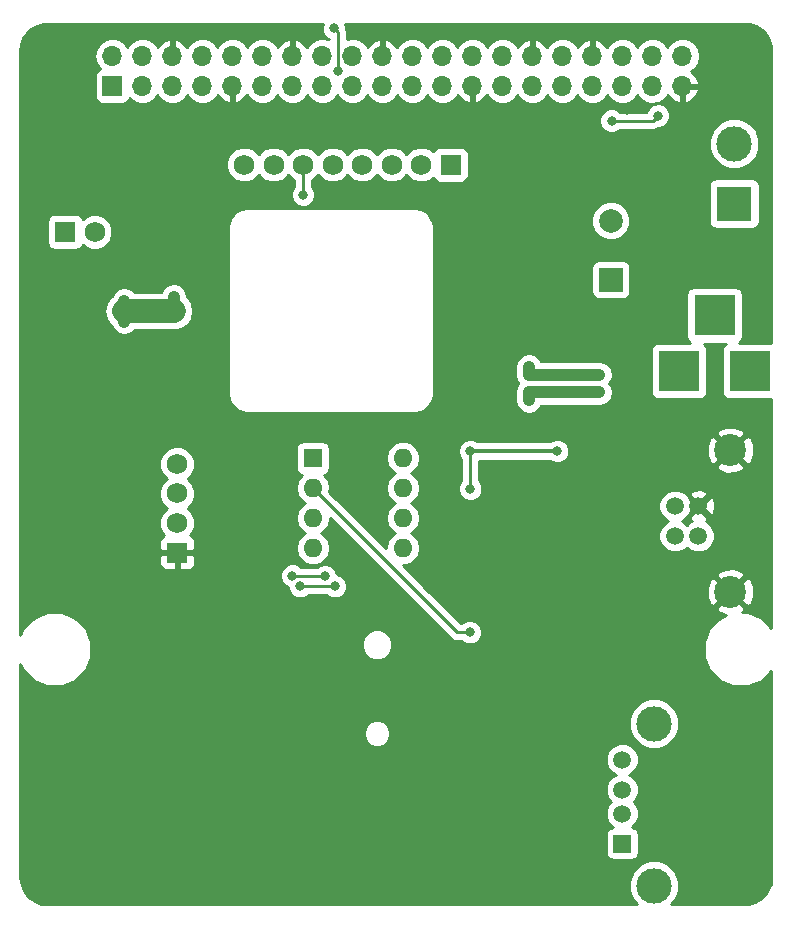
<source format=gbr>
G04 #@! TF.GenerationSoftware,KiCad,Pcbnew,5.0.0-rc2-unknown-03fa645~65~ubuntu16.04.1*
G04 #@! TF.CreationDate,2018-06-29T10:26:33+12:00*
G04 #@! TF.ProjectId,pi-hat,70692D6861742E6B696361645F706362,rev?*
G04 #@! TF.SameCoordinates,Original*
G04 #@! TF.FileFunction,Copper,L2,Bot,Signal*
G04 #@! TF.FilePolarity,Positive*
%FSLAX46Y46*%
G04 Gerber Fmt 4.6, Leading zero omitted, Abs format (unit mm)*
G04 Created by KiCad (PCBNEW 5.0.0-rc2-unknown-03fa645~65~ubuntu16.04.1) date Fri Jun 29 10:26:33 2018*
%MOMM*%
%LPD*%
G01*
G04 APERTURE LIST*
G04 #@! TA.AperFunction,ComponentPad*
%ADD10C,2.000000*%
G04 #@! TD*
G04 #@! TA.AperFunction,ComponentPad*
%ADD11R,2.000000X2.000000*%
G04 #@! TD*
G04 #@! TA.AperFunction,ComponentPad*
%ADD12C,3.000000*%
G04 #@! TD*
G04 #@! TA.AperFunction,ComponentPad*
%ADD13R,3.000000X3.000000*%
G04 #@! TD*
G04 #@! TA.AperFunction,ComponentPad*
%ADD14R,3.500000X3.500000*%
G04 #@! TD*
G04 #@! TA.AperFunction,ComponentPad*
%ADD15O,1.600000X1.600000*%
G04 #@! TD*
G04 #@! TA.AperFunction,ComponentPad*
%ADD16R,1.600000X1.600000*%
G04 #@! TD*
G04 #@! TA.AperFunction,ComponentPad*
%ADD17C,1.750000*%
G04 #@! TD*
G04 #@! TA.AperFunction,ComponentPad*
%ADD18R,1.750000X1.750000*%
G04 #@! TD*
G04 #@! TA.AperFunction,ComponentPad*
%ADD19O,1.700000X1.700000*%
G04 #@! TD*
G04 #@! TA.AperFunction,ComponentPad*
%ADD20R,1.700000X1.700000*%
G04 #@! TD*
G04 #@! TA.AperFunction,ComponentPad*
%ADD21C,1.500000*%
G04 #@! TD*
G04 #@! TA.AperFunction,ComponentPad*
%ADD22R,1.500000X1.500000*%
G04 #@! TD*
G04 #@! TA.AperFunction,ComponentPad*
%ADD23C,1.520000*%
G04 #@! TD*
G04 #@! TA.AperFunction,ComponentPad*
%ADD24C,2.700000*%
G04 #@! TD*
G04 #@! TA.AperFunction,ViaPad*
%ADD25C,0.800000*%
G04 #@! TD*
G04 #@! TA.AperFunction,ViaPad*
%ADD26C,0.600000*%
G04 #@! TD*
G04 #@! TA.AperFunction,Conductor*
%ADD27C,2.000000*%
G04 #@! TD*
G04 #@! TA.AperFunction,Conductor*
%ADD28C,1.000000*%
G04 #@! TD*
G04 #@! TA.AperFunction,Conductor*
%ADD29C,0.250000*%
G04 #@! TD*
G04 #@! TA.AperFunction,Conductor*
%ADD30C,0.350000*%
G04 #@! TD*
G04 #@! TA.AperFunction,Conductor*
%ADD31C,0.254000*%
G04 #@! TD*
G04 APERTURE END LIST*
D10*
G04 #@! TO.P,C11,2*
G04 #@! TO.N,/Always_On/Ground*
X150700000Y-116400000D03*
D11*
G04 #@! TO.P,C11,1*
G04 #@! TO.N,VCC*
X150700000Y-121400000D03*
G04 #@! TD*
D12*
G04 #@! TO.P,J6,2*
G04 #@! TO.N,Net-(J6-Pad2)*
X161150000Y-109870000D03*
D13*
G04 #@! TO.P,J6,1*
G04 #@! TO.N,Net-(J6-Pad1)*
X161150000Y-114950000D03*
G04 #@! TD*
D14*
G04 #@! TO.P,J3,3*
G04 #@! TO.N,/Always_On/Ground*
X159484000Y-124416000D03*
G04 #@! TO.P,J3,2*
X162484000Y-129116000D03*
G04 #@! TO.P,J3,1*
G04 #@! TO.N,VCC*
X156484000Y-129116000D03*
G04 #@! TD*
D15*
G04 #@! TO.P,U5,8*
G04 #@! TO.N,+5V*
X133100000Y-136500000D03*
G04 #@! TO.P,U5,4*
G04 #@! TO.N,/Always_On/Ground*
X125480000Y-144120000D03*
G04 #@! TO.P,U5,7*
G04 #@! TO.N,/SCL*
X133100000Y-139040000D03*
G04 #@! TO.P,U5,3*
G04 #@! TO.N,Net-(C1-Pad1)*
X125480000Y-141580000D03*
G04 #@! TO.P,U5,6*
G04 #@! TO.N,Net-(D2-Pad2)*
X133100000Y-141580000D03*
G04 #@! TO.P,U5,2*
G04 #@! TO.N,Net-(D4-Pad2)*
X125480000Y-139040000D03*
G04 #@! TO.P,U5,5*
G04 #@! TO.N,/SDA*
X133100000Y-144120000D03*
D16*
G04 #@! TO.P,U5,1*
G04 #@! TO.N,Net-(U5-Pad1)*
X125480000Y-136500000D03*
G04 #@! TD*
D17*
G04 #@! TO.P,J9,2*
G04 #@! TO.N,Net-(J9-Pad2)*
X107000000Y-117350000D03*
D18*
G04 #@! TO.P,J9,1*
G04 #@! TO.N,/LED1*
X104500000Y-117350000D03*
G04 #@! TD*
D19*
G04 #@! TO.P,J1,40*
G04 #@! TO.N,/I2S_DIN*
X156760000Y-102460000D03*
G04 #@! TO.P,J1,39*
G04 #@! TO.N,GND*
X156760000Y-105000000D03*
G04 #@! TO.P,J1,38*
G04 #@! TO.N,/LED1*
X154220000Y-102460000D03*
G04 #@! TO.P,J1,37*
G04 #@! TO.N,Net-(J1-Pad37)*
X154220000Y-105000000D03*
G04 #@! TO.P,J1,36*
G04 #@! TO.N,Net-(J1-Pad36)*
X151680000Y-102460000D03*
G04 #@! TO.P,J1,35*
G04 #@! TO.N,/I2S_LRCLK*
X151680000Y-105000000D03*
G04 #@! TO.P,J1,34*
G04 #@! TO.N,GND*
X149140000Y-102460000D03*
G04 #@! TO.P,J1,33*
G04 #@! TO.N,Net-(J1-Pad33)*
X149140000Y-105000000D03*
G04 #@! TO.P,J1,32*
G04 #@! TO.N,Net-(J1-Pad32)*
X146600000Y-102460000D03*
G04 #@! TO.P,J1,31*
G04 #@! TO.N,Net-(J1-Pad31)*
X146600000Y-105000000D03*
G04 #@! TO.P,J1,30*
G04 #@! TO.N,GND*
X144060000Y-102460000D03*
G04 #@! TO.P,J1,29*
G04 #@! TO.N,Net-(J1-Pad29)*
X144060000Y-105000000D03*
G04 #@! TO.P,J1,28*
G04 #@! TO.N,Net-(J1-Pad28)*
X141520000Y-102460000D03*
G04 #@! TO.P,J1,27*
G04 #@! TO.N,Net-(J1-Pad27)*
X141520000Y-105000000D03*
G04 #@! TO.P,J1,26*
G04 #@! TO.N,Net-(J1-Pad26)*
X138980000Y-102460000D03*
G04 #@! TO.P,J1,25*
G04 #@! TO.N,GND*
X138980000Y-105000000D03*
G04 #@! TO.P,J1,24*
G04 #@! TO.N,/SPI_CEO*
X136440000Y-102460000D03*
G04 #@! TO.P,J1,23*
G04 #@! TO.N,/SPI_SCLK*
X136440000Y-105000000D03*
G04 #@! TO.P,J1,22*
G04 #@! TO.N,Net-(J1-Pad22)*
X133900000Y-102460000D03*
G04 #@! TO.P,J1,21*
G04 #@! TO.N,/SPI_MISO*
X133900000Y-105000000D03*
G04 #@! TO.P,J1,20*
G04 #@! TO.N,GND*
X131360000Y-102460000D03*
G04 #@! TO.P,J1,19*
G04 #@! TO.N,/SPI_MOSI*
X131360000Y-105000000D03*
G04 #@! TO.P,J1,18*
G04 #@! TO.N,Net-(J1-Pad18)*
X128820000Y-102460000D03*
G04 #@! TO.P,J1,17*
G04 #@! TO.N,Net-(J1-Pad17)*
X128820000Y-105000000D03*
G04 #@! TO.P,J1,16*
G04 #@! TO.N,/THERMAL_POWER*
X126280000Y-102460000D03*
G04 #@! TO.P,J1,15*
G04 #@! TO.N,/USB_POWER*
X126280000Y-105000000D03*
G04 #@! TO.P,J1,14*
G04 #@! TO.N,GND*
X123740000Y-102460000D03*
G04 #@! TO.P,J1,13*
G04 #@! TO.N,Net-(J1-Pad13)*
X123740000Y-105000000D03*
G04 #@! TO.P,J1,12*
G04 #@! TO.N,/I2S_BCLK*
X121200000Y-102460000D03*
G04 #@! TO.P,J1,11*
G04 #@! TO.N,Net-(J1-Pad11)*
X121200000Y-105000000D03*
G04 #@! TO.P,J1,10*
G04 #@! TO.N,Net-(J1-Pad10)*
X118660000Y-102460000D03*
G04 #@! TO.P,J1,9*
G04 #@! TO.N,GND*
X118660000Y-105000000D03*
G04 #@! TO.P,J1,8*
G04 #@! TO.N,Net-(J1-Pad8)*
X116120000Y-102460000D03*
G04 #@! TO.P,J1,7*
G04 #@! TO.N,Net-(J1-Pad7)*
X116120000Y-105000000D03*
G04 #@! TO.P,J1,6*
G04 #@! TO.N,GND*
X113580000Y-102460000D03*
G04 #@! TO.P,J1,5*
G04 #@! TO.N,/SCL*
X113580000Y-105000000D03*
G04 #@! TO.P,J1,4*
G04 #@! TO.N,+5V*
X111040000Y-102460000D03*
G04 #@! TO.P,J1,3*
G04 #@! TO.N,/SDA*
X111040000Y-105000000D03*
G04 #@! TO.P,J1,2*
G04 #@! TO.N,+5V*
X108500000Y-102460000D03*
D20*
G04 #@! TO.P,J1,1*
G04 #@! TO.N,Net-(J1-Pad1)*
X108500000Y-105000000D03*
G04 #@! TD*
D17*
G04 #@! TO.P,J4,8*
G04 #@! TO.N,/SCL*
X119650000Y-111650000D03*
G04 #@! TO.P,J4,7*
G04 #@! TO.N,/SDA*
X122150000Y-111650000D03*
G04 #@! TO.P,J4,6*
G04 #@! TO.N,+5V*
X124650000Y-111650000D03*
G04 #@! TO.P,J4,5*
G04 #@! TO.N,Net-(J4-Pad5)*
X127150000Y-111650000D03*
G04 #@! TO.P,J4,4*
G04 #@! TO.N,/SPI_SCLK*
X129650000Y-111650000D03*
G04 #@! TO.P,J4,3*
G04 #@! TO.N,/SPI_MISO*
X132150000Y-111650000D03*
G04 #@! TO.P,J4,2*
G04 #@! TO.N,/SPI_MOSI*
X134650000Y-111650000D03*
D18*
G04 #@! TO.P,J4,1*
G04 #@! TO.N,/SPI_CEO*
X137150000Y-111650000D03*
G04 #@! TD*
D17*
G04 #@! TO.P,J2,4*
G04 #@! TO.N,/SCL*
X114000000Y-137000000D03*
G04 #@! TO.P,J2,3*
G04 #@! TO.N,/SDA*
X114000000Y-139500000D03*
G04 #@! TO.P,J2,2*
G04 #@! TO.N,+5V*
X114000000Y-142000000D03*
D18*
G04 #@! TO.P,J2,1*
G04 #@! TO.N,GND*
X114000000Y-144500000D03*
G04 #@! TD*
D21*
G04 #@! TO.P,J7,4*
G04 #@! TO.N,Net-(J7-Pad4)*
X151680000Y-162025000D03*
G04 #@! TO.P,J7,3*
G04 #@! TO.N,Net-(J5-Pad3)*
X151680000Y-164565000D03*
G04 #@! TO.P,J7,2*
G04 #@! TO.N,Net-(J5-Pad2)*
X151680000Y-166595000D03*
D22*
G04 #@! TO.P,J7,1*
G04 #@! TO.N,Net-(J5-Pad1)*
X151680000Y-169135000D03*
D12*
G04 #@! TO.P,J7,5*
G04 #@! TO.N,Net-(J7-Pad4)*
X154350000Y-158975000D03*
X154350000Y-172695000D03*
G04 #@! TD*
D23*
G04 #@! TO.P,J5,2*
G04 #@! TO.N,Net-(J5-Pad2)*
X156125000Y-143100000D03*
G04 #@! TO.P,J5,1*
G04 #@! TO.N,Net-(J5-Pad1)*
X156125000Y-140560000D03*
G04 #@! TO.P,J5,4*
G04 #@! TO.N,GND*
X158125000Y-140560000D03*
G04 #@! TO.P,J5,3*
G04 #@! TO.N,Net-(J5-Pad3)*
X158125000Y-143100000D03*
D24*
G04 #@! TO.P,J5,5*
G04 #@! TO.N,GND*
X160825000Y-147830000D03*
X160825000Y-135830000D03*
G04 #@! TD*
D25*
G04 #@! TO.N,GND*
X145500000Y-147400000D03*
X146500000Y-147400000D03*
X144500000Y-147400000D03*
G04 #@! TO.N,+5V*
X113699999Y-123700000D03*
X113699999Y-124600000D03*
X113699999Y-122850000D03*
X109499999Y-123200000D03*
X109499999Y-124050000D03*
X109499999Y-124950000D03*
X124650000Y-114200000D03*
G04 #@! TO.N,GND*
X155800000Y-109050000D03*
X152050000Y-107000000D03*
X144700000Y-108350000D03*
X113250000Y-108450000D03*
X104300000Y-120550000D03*
X144700000Y-166850000D03*
X146500000Y-146500000D03*
X144500000Y-146500000D03*
X145500000Y-146500000D03*
X146500000Y-148500000D03*
X145500000Y-148500000D03*
X144500000Y-148500000D03*
G04 #@! TO.N,/Always_On/Ground*
X138800000Y-135900000D03*
X146168568Y-135900000D03*
X138800000Y-139100000D03*
G04 #@! TO.N,Net-(D4-Pad2)*
X138750000Y-151250000D03*
G04 #@! TO.N,/SDA*
X127350000Y-147350000D03*
X124400000Y-147350000D03*
G04 #@! TO.N,/SCL*
X126500000Y-146500000D03*
X123750000Y-146450000D03*
G04 #@! TO.N,/USB_POWER*
X127600000Y-103750000D03*
X127250000Y-100109989D03*
G04 #@! TO.N,/I2S_DIN*
X150762347Y-107937653D03*
X154700000Y-107500000D03*
D26*
G04 #@! TO.N,Net-(L2-Pad1)*
X143755568Y-128798229D03*
X143747279Y-129441518D03*
X149716278Y-129441518D03*
X148763779Y-129441518D03*
X147811279Y-129441518D03*
G04 #@! TO.N,Net-(L2-Pad2)*
X143747279Y-130932938D03*
X143755569Y-131576228D03*
X147811279Y-130932938D03*
X148763779Y-130932938D03*
X149716278Y-130932938D03*
G04 #@! TD*
D27*
G04 #@! TO.N,+5V*
X109499999Y-124050000D02*
X113700000Y-124050000D01*
X113700000Y-124050000D02*
X113700000Y-124050000D01*
D28*
X113699999Y-123700000D02*
X113699999Y-122850000D01*
X109499999Y-124050000D02*
X109499999Y-123200000D01*
X109499999Y-124050000D02*
X109499999Y-124950000D01*
D29*
X124650000Y-111650000D02*
X124650000Y-114200000D01*
D30*
G04 #@! TO.N,/Always_On/Ground*
X138800000Y-135900000D02*
X146168568Y-135900000D01*
D29*
X138800000Y-135900000D02*
X138800000Y-139100000D01*
G04 #@! TO.N,Net-(D4-Pad2)*
X137690000Y-151250000D02*
X125480000Y-139040000D01*
X138750000Y-151250000D02*
X137690000Y-151250000D01*
G04 #@! TO.N,/SDA*
X127350000Y-147350000D02*
X124400000Y-147350000D01*
G04 #@! TO.N,/SCL*
X123800000Y-146500000D02*
X123750000Y-146450000D01*
X126500000Y-146500000D02*
X123800000Y-146500000D01*
G04 #@! TO.N,/USB_POWER*
X127600000Y-100459989D02*
X127250000Y-100109989D01*
X127600000Y-103750000D02*
X127600000Y-100459989D01*
G04 #@! TO.N,/I2S_DIN*
X154262347Y-107937653D02*
X154700000Y-107500000D01*
X150762347Y-107937653D02*
X154262347Y-107937653D01*
D28*
G04 #@! TO.N,Net-(L2-Pad1)*
X143747279Y-129441518D02*
X147811279Y-129441518D01*
X143747279Y-128806518D02*
X143755568Y-128798229D01*
X143747279Y-129441518D02*
X143747279Y-128806518D01*
X149716278Y-129441518D02*
X149716278Y-129441518D01*
X148763779Y-129441518D02*
X149716278Y-129441518D01*
X147811279Y-129441518D02*
X148763779Y-129441518D01*
G04 #@! TO.N,Net-(L2-Pad2)*
X143747279Y-130932938D02*
X147811279Y-130932938D01*
X143747279Y-131567938D02*
X143755569Y-131576228D01*
X143747279Y-130932938D02*
X143747279Y-131567938D01*
X147811279Y-130932938D02*
X148763779Y-130932938D01*
X148763779Y-130932938D02*
X149716278Y-130932938D01*
X149716278Y-130932938D02*
X149716278Y-130932938D01*
G04 #@! TD*
D31*
G04 #@! TO.N,GND*
G36*
X126215000Y-99904115D02*
X126215000Y-100315863D01*
X126372569Y-100696269D01*
X126663720Y-100987420D01*
X126825421Y-101054399D01*
X126426256Y-100975000D01*
X126133744Y-100975000D01*
X125700582Y-101061161D01*
X125209375Y-101389375D01*
X124996157Y-101708478D01*
X124935183Y-101578642D01*
X124506924Y-101188355D01*
X124096890Y-101018524D01*
X123867000Y-101139845D01*
X123867000Y-102333000D01*
X123887000Y-102333000D01*
X123887000Y-102587000D01*
X123867000Y-102587000D01*
X123867000Y-102607000D01*
X123613000Y-102607000D01*
X123613000Y-102587000D01*
X123593000Y-102587000D01*
X123593000Y-102333000D01*
X123613000Y-102333000D01*
X123613000Y-101139845D01*
X123383110Y-101018524D01*
X122973076Y-101188355D01*
X122544817Y-101578642D01*
X122483843Y-101708478D01*
X122270625Y-101389375D01*
X121779418Y-101061161D01*
X121346256Y-100975000D01*
X121053744Y-100975000D01*
X120620582Y-101061161D01*
X120129375Y-101389375D01*
X119930000Y-101687761D01*
X119730625Y-101389375D01*
X119239418Y-101061161D01*
X118806256Y-100975000D01*
X118513744Y-100975000D01*
X118080582Y-101061161D01*
X117589375Y-101389375D01*
X117390000Y-101687761D01*
X117190625Y-101389375D01*
X116699418Y-101061161D01*
X116266256Y-100975000D01*
X115973744Y-100975000D01*
X115540582Y-101061161D01*
X115049375Y-101389375D01*
X114836157Y-101708478D01*
X114775183Y-101578642D01*
X114346924Y-101188355D01*
X113936890Y-101018524D01*
X113707000Y-101139845D01*
X113707000Y-102333000D01*
X113727000Y-102333000D01*
X113727000Y-102587000D01*
X113707000Y-102587000D01*
X113707000Y-102607000D01*
X113453000Y-102607000D01*
X113453000Y-102587000D01*
X113433000Y-102587000D01*
X113433000Y-102333000D01*
X113453000Y-102333000D01*
X113453000Y-101139845D01*
X113223110Y-101018524D01*
X112813076Y-101188355D01*
X112384817Y-101578642D01*
X112323843Y-101708478D01*
X112110625Y-101389375D01*
X111619418Y-101061161D01*
X111186256Y-100975000D01*
X110893744Y-100975000D01*
X110460582Y-101061161D01*
X109969375Y-101389375D01*
X109770000Y-101687761D01*
X109570625Y-101389375D01*
X109079418Y-101061161D01*
X108646256Y-100975000D01*
X108353744Y-100975000D01*
X107920582Y-101061161D01*
X107429375Y-101389375D01*
X107101161Y-101880582D01*
X106985908Y-102460000D01*
X107101161Y-103039418D01*
X107429375Y-103530625D01*
X107447619Y-103542816D01*
X107402235Y-103551843D01*
X107192191Y-103692191D01*
X107051843Y-103902235D01*
X107002560Y-104150000D01*
X107002560Y-105850000D01*
X107051843Y-106097765D01*
X107192191Y-106307809D01*
X107402235Y-106448157D01*
X107650000Y-106497440D01*
X109350000Y-106497440D01*
X109597765Y-106448157D01*
X109807809Y-106307809D01*
X109948157Y-106097765D01*
X109957184Y-106052381D01*
X109969375Y-106070625D01*
X110460582Y-106398839D01*
X110893744Y-106485000D01*
X111186256Y-106485000D01*
X111619418Y-106398839D01*
X112110625Y-106070625D01*
X112310000Y-105772239D01*
X112509375Y-106070625D01*
X113000582Y-106398839D01*
X113433744Y-106485000D01*
X113726256Y-106485000D01*
X114159418Y-106398839D01*
X114650625Y-106070625D01*
X114850000Y-105772239D01*
X115049375Y-106070625D01*
X115540582Y-106398839D01*
X115973744Y-106485000D01*
X116266256Y-106485000D01*
X116699418Y-106398839D01*
X117190625Y-106070625D01*
X117403843Y-105751522D01*
X117464817Y-105881358D01*
X117893076Y-106271645D01*
X118303110Y-106441476D01*
X118533000Y-106320155D01*
X118533000Y-105127000D01*
X118513000Y-105127000D01*
X118513000Y-104873000D01*
X118533000Y-104873000D01*
X118533000Y-104853000D01*
X118787000Y-104853000D01*
X118787000Y-104873000D01*
X118807000Y-104873000D01*
X118807000Y-105127000D01*
X118787000Y-105127000D01*
X118787000Y-106320155D01*
X119016890Y-106441476D01*
X119426924Y-106271645D01*
X119855183Y-105881358D01*
X119916157Y-105751522D01*
X120129375Y-106070625D01*
X120620582Y-106398839D01*
X121053744Y-106485000D01*
X121346256Y-106485000D01*
X121779418Y-106398839D01*
X122270625Y-106070625D01*
X122470000Y-105772239D01*
X122669375Y-106070625D01*
X123160582Y-106398839D01*
X123593744Y-106485000D01*
X123886256Y-106485000D01*
X124319418Y-106398839D01*
X124810625Y-106070625D01*
X125010000Y-105772239D01*
X125209375Y-106070625D01*
X125700582Y-106398839D01*
X126133744Y-106485000D01*
X126426256Y-106485000D01*
X126859418Y-106398839D01*
X127350625Y-106070625D01*
X127550000Y-105772239D01*
X127749375Y-106070625D01*
X128240582Y-106398839D01*
X128673744Y-106485000D01*
X128966256Y-106485000D01*
X129399418Y-106398839D01*
X129890625Y-106070625D01*
X130090000Y-105772239D01*
X130289375Y-106070625D01*
X130780582Y-106398839D01*
X131213744Y-106485000D01*
X131506256Y-106485000D01*
X131939418Y-106398839D01*
X132430625Y-106070625D01*
X132630000Y-105772239D01*
X132829375Y-106070625D01*
X133320582Y-106398839D01*
X133753744Y-106485000D01*
X134046256Y-106485000D01*
X134479418Y-106398839D01*
X134970625Y-106070625D01*
X135170000Y-105772239D01*
X135369375Y-106070625D01*
X135860582Y-106398839D01*
X136293744Y-106485000D01*
X136586256Y-106485000D01*
X137019418Y-106398839D01*
X137510625Y-106070625D01*
X137723843Y-105751522D01*
X137784817Y-105881358D01*
X138213076Y-106271645D01*
X138623110Y-106441476D01*
X138853000Y-106320155D01*
X138853000Y-105127000D01*
X138833000Y-105127000D01*
X138833000Y-104873000D01*
X138853000Y-104873000D01*
X138853000Y-104853000D01*
X139107000Y-104853000D01*
X139107000Y-104873000D01*
X139127000Y-104873000D01*
X139127000Y-105127000D01*
X139107000Y-105127000D01*
X139107000Y-106320155D01*
X139336890Y-106441476D01*
X139746924Y-106271645D01*
X140175183Y-105881358D01*
X140236157Y-105751522D01*
X140449375Y-106070625D01*
X140940582Y-106398839D01*
X141373744Y-106485000D01*
X141666256Y-106485000D01*
X142099418Y-106398839D01*
X142590625Y-106070625D01*
X142790000Y-105772239D01*
X142989375Y-106070625D01*
X143480582Y-106398839D01*
X143913744Y-106485000D01*
X144206256Y-106485000D01*
X144639418Y-106398839D01*
X145130625Y-106070625D01*
X145330000Y-105772239D01*
X145529375Y-106070625D01*
X146020582Y-106398839D01*
X146453744Y-106485000D01*
X146746256Y-106485000D01*
X147179418Y-106398839D01*
X147670625Y-106070625D01*
X147870000Y-105772239D01*
X148069375Y-106070625D01*
X148560582Y-106398839D01*
X148993744Y-106485000D01*
X149286256Y-106485000D01*
X149719418Y-106398839D01*
X150210625Y-106070625D01*
X150410000Y-105772239D01*
X150609375Y-106070625D01*
X151100582Y-106398839D01*
X151533744Y-106485000D01*
X151826256Y-106485000D01*
X152259418Y-106398839D01*
X152750625Y-106070625D01*
X152950000Y-105772239D01*
X153149375Y-106070625D01*
X153640582Y-106398839D01*
X154073744Y-106485000D01*
X154366256Y-106485000D01*
X154799418Y-106398839D01*
X155290625Y-106070625D01*
X155503843Y-105751522D01*
X155564817Y-105881358D01*
X155993076Y-106271645D01*
X156403110Y-106441476D01*
X156633000Y-106320155D01*
X156633000Y-105127000D01*
X156887000Y-105127000D01*
X156887000Y-106320155D01*
X157116890Y-106441476D01*
X157526924Y-106271645D01*
X157955183Y-105881358D01*
X158201486Y-105356892D01*
X158080819Y-105127000D01*
X156887000Y-105127000D01*
X156633000Y-105127000D01*
X156613000Y-105127000D01*
X156613000Y-104873000D01*
X156633000Y-104873000D01*
X156633000Y-104853000D01*
X156887000Y-104853000D01*
X156887000Y-104873000D01*
X158080819Y-104873000D01*
X158201486Y-104643108D01*
X157955183Y-104118642D01*
X157530214Y-103731353D01*
X157830625Y-103530625D01*
X158158839Y-103039418D01*
X158274092Y-102460000D01*
X158158839Y-101880582D01*
X157830625Y-101389375D01*
X157339418Y-101061161D01*
X156906256Y-100975000D01*
X156613744Y-100975000D01*
X156180582Y-101061161D01*
X155689375Y-101389375D01*
X155490000Y-101687761D01*
X155290625Y-101389375D01*
X154799418Y-101061161D01*
X154366256Y-100975000D01*
X154073744Y-100975000D01*
X153640582Y-101061161D01*
X153149375Y-101389375D01*
X152950000Y-101687761D01*
X152750625Y-101389375D01*
X152259418Y-101061161D01*
X151826256Y-100975000D01*
X151533744Y-100975000D01*
X151100582Y-101061161D01*
X150609375Y-101389375D01*
X150396157Y-101708478D01*
X150335183Y-101578642D01*
X149906924Y-101188355D01*
X149496890Y-101018524D01*
X149267000Y-101139845D01*
X149267000Y-102333000D01*
X149287000Y-102333000D01*
X149287000Y-102587000D01*
X149267000Y-102587000D01*
X149267000Y-102607000D01*
X149013000Y-102607000D01*
X149013000Y-102587000D01*
X148993000Y-102587000D01*
X148993000Y-102333000D01*
X149013000Y-102333000D01*
X149013000Y-101139845D01*
X148783110Y-101018524D01*
X148373076Y-101188355D01*
X147944817Y-101578642D01*
X147883843Y-101708478D01*
X147670625Y-101389375D01*
X147179418Y-101061161D01*
X146746256Y-100975000D01*
X146453744Y-100975000D01*
X146020582Y-101061161D01*
X145529375Y-101389375D01*
X145316157Y-101708478D01*
X145255183Y-101578642D01*
X144826924Y-101188355D01*
X144416890Y-101018524D01*
X144187000Y-101139845D01*
X144187000Y-102333000D01*
X144207000Y-102333000D01*
X144207000Y-102587000D01*
X144187000Y-102587000D01*
X144187000Y-102607000D01*
X143933000Y-102607000D01*
X143933000Y-102587000D01*
X143913000Y-102587000D01*
X143913000Y-102333000D01*
X143933000Y-102333000D01*
X143933000Y-101139845D01*
X143703110Y-101018524D01*
X143293076Y-101188355D01*
X142864817Y-101578642D01*
X142803843Y-101708478D01*
X142590625Y-101389375D01*
X142099418Y-101061161D01*
X141666256Y-100975000D01*
X141373744Y-100975000D01*
X140940582Y-101061161D01*
X140449375Y-101389375D01*
X140250000Y-101687761D01*
X140050625Y-101389375D01*
X139559418Y-101061161D01*
X139126256Y-100975000D01*
X138833744Y-100975000D01*
X138400582Y-101061161D01*
X137909375Y-101389375D01*
X137710000Y-101687761D01*
X137510625Y-101389375D01*
X137019418Y-101061161D01*
X136586256Y-100975000D01*
X136293744Y-100975000D01*
X135860582Y-101061161D01*
X135369375Y-101389375D01*
X135170000Y-101687761D01*
X134970625Y-101389375D01*
X134479418Y-101061161D01*
X134046256Y-100975000D01*
X133753744Y-100975000D01*
X133320582Y-101061161D01*
X132829375Y-101389375D01*
X132616157Y-101708478D01*
X132555183Y-101578642D01*
X132126924Y-101188355D01*
X131716890Y-101018524D01*
X131487000Y-101139845D01*
X131487000Y-102333000D01*
X131507000Y-102333000D01*
X131507000Y-102587000D01*
X131487000Y-102587000D01*
X131487000Y-102607000D01*
X131233000Y-102607000D01*
X131233000Y-102587000D01*
X131213000Y-102587000D01*
X131213000Y-102333000D01*
X131233000Y-102333000D01*
X131233000Y-101139845D01*
X131003110Y-101018524D01*
X130593076Y-101188355D01*
X130164817Y-101578642D01*
X130103843Y-101708478D01*
X129890625Y-101389375D01*
X129399418Y-101061161D01*
X128966256Y-100975000D01*
X128673744Y-100975000D01*
X128360000Y-101037407D01*
X128360000Y-100534837D01*
X128374888Y-100459989D01*
X128360000Y-100385141D01*
X128360000Y-100385137D01*
X128315904Y-100163452D01*
X128315904Y-100163451D01*
X128285000Y-100117200D01*
X128285000Y-99904115D01*
X128204595Y-99710000D01*
X161958753Y-99710000D01*
X162525708Y-99776100D01*
X163023212Y-99956685D01*
X163465835Y-100246881D01*
X163829823Y-100631116D01*
X164095658Y-101088784D01*
X164251892Y-101604629D01*
X164290000Y-102031618D01*
X164290000Y-126729699D01*
X164234000Y-126718560D01*
X161550005Y-126718560D01*
X161691809Y-126623809D01*
X161832157Y-126413765D01*
X161881440Y-126166000D01*
X161881440Y-122666000D01*
X161832157Y-122418235D01*
X161691809Y-122208191D01*
X161481765Y-122067843D01*
X161234000Y-122018560D01*
X157734000Y-122018560D01*
X157486235Y-122067843D01*
X157276191Y-122208191D01*
X157135843Y-122418235D01*
X157086560Y-122666000D01*
X157086560Y-126166000D01*
X157135843Y-126413765D01*
X157276191Y-126623809D01*
X157417995Y-126718560D01*
X154734000Y-126718560D01*
X154486235Y-126767843D01*
X154276191Y-126908191D01*
X154135843Y-127118235D01*
X154086560Y-127366000D01*
X154086560Y-130866000D01*
X154135843Y-131113765D01*
X154276191Y-131323809D01*
X154486235Y-131464157D01*
X154734000Y-131513440D01*
X158234000Y-131513440D01*
X158481765Y-131464157D01*
X158691809Y-131323809D01*
X158832157Y-131113765D01*
X158881440Y-130866000D01*
X158881440Y-127366000D01*
X158832157Y-127118235D01*
X158691809Y-126908191D01*
X158550005Y-126813440D01*
X160417995Y-126813440D01*
X160276191Y-126908191D01*
X160135843Y-127118235D01*
X160086560Y-127366000D01*
X160086560Y-130866000D01*
X160135843Y-131113765D01*
X160276191Y-131323809D01*
X160486235Y-131464157D01*
X160734000Y-131513440D01*
X164234000Y-131513440D01*
X164290000Y-131502301D01*
X164290001Y-150867755D01*
X163471303Y-150049057D01*
X162321999Y-149573000D01*
X161826912Y-149573000D01*
X161909522Y-149538782D01*
X162050988Y-149235593D01*
X160825000Y-148009605D01*
X159599012Y-149235593D01*
X159740478Y-149538782D01*
X160474738Y-149822879D01*
X159928697Y-150049057D01*
X159049057Y-150928697D01*
X158573000Y-152078001D01*
X158573000Y-153321999D01*
X159049057Y-154471303D01*
X159928697Y-155350943D01*
X161078001Y-155827000D01*
X162321999Y-155827000D01*
X163471303Y-155350943D01*
X164290001Y-154532245D01*
X164290001Y-171958744D01*
X164223900Y-172525708D01*
X164043315Y-173023212D01*
X163753118Y-173465834D01*
X163368884Y-173829823D01*
X162911216Y-174095658D01*
X162395371Y-174251892D01*
X161968382Y-174290000D01*
X155774346Y-174290000D01*
X156159966Y-173904380D01*
X156485000Y-173119678D01*
X156485000Y-172270322D01*
X156159966Y-171485620D01*
X155559380Y-170885034D01*
X154774678Y-170560000D01*
X153925322Y-170560000D01*
X153140620Y-170885034D01*
X152540034Y-171485620D01*
X152215000Y-172270322D01*
X152215000Y-173119678D01*
X152540034Y-173904380D01*
X152925654Y-174290000D01*
X103041248Y-174290000D01*
X102474292Y-174223900D01*
X101976788Y-174043315D01*
X101534166Y-173753118D01*
X101170177Y-173368884D01*
X100904342Y-172911216D01*
X100748108Y-172395371D01*
X100710000Y-171968382D01*
X100710000Y-168385000D01*
X150282560Y-168385000D01*
X150282560Y-169885000D01*
X150331843Y-170132765D01*
X150472191Y-170342809D01*
X150682235Y-170483157D01*
X150930000Y-170532440D01*
X152430000Y-170532440D01*
X152677765Y-170483157D01*
X152887809Y-170342809D01*
X153028157Y-170132765D01*
X153077440Y-169885000D01*
X153077440Y-168385000D01*
X153028157Y-168137235D01*
X152887809Y-167927191D01*
X152677765Y-167786843D01*
X152485156Y-167748531D01*
X152854147Y-167379540D01*
X153065000Y-166870494D01*
X153065000Y-166319506D01*
X152854147Y-165810460D01*
X152623687Y-165580000D01*
X152854147Y-165349540D01*
X153065000Y-164840494D01*
X153065000Y-164289506D01*
X152854147Y-163780460D01*
X152464540Y-163390853D01*
X152233130Y-163295000D01*
X152464540Y-163199147D01*
X152854147Y-162809540D01*
X153065000Y-162300494D01*
X153065000Y-161749506D01*
X152854147Y-161240460D01*
X152464540Y-160850853D01*
X151955494Y-160640000D01*
X151404506Y-160640000D01*
X150895460Y-160850853D01*
X150505853Y-161240460D01*
X150295000Y-161749506D01*
X150295000Y-162300494D01*
X150505853Y-162809540D01*
X150895460Y-163199147D01*
X151126870Y-163295000D01*
X150895460Y-163390853D01*
X150505853Y-163780460D01*
X150295000Y-164289506D01*
X150295000Y-164840494D01*
X150505853Y-165349540D01*
X150736313Y-165580000D01*
X150505853Y-165810460D01*
X150295000Y-166319506D01*
X150295000Y-166870494D01*
X150505853Y-167379540D01*
X150874844Y-167748531D01*
X150682235Y-167786843D01*
X150472191Y-167927191D01*
X150331843Y-168137235D01*
X150282560Y-168385000D01*
X100710000Y-168385000D01*
X100710000Y-159574234D01*
X129765000Y-159574234D01*
X129765000Y-160025766D01*
X129937793Y-160442926D01*
X130257074Y-160762207D01*
X130674234Y-160935000D01*
X131125766Y-160935000D01*
X131542926Y-160762207D01*
X131862207Y-160442926D01*
X132035000Y-160025766D01*
X132035000Y-159574234D01*
X131862207Y-159157074D01*
X131542926Y-158837793D01*
X131125766Y-158665000D01*
X130674234Y-158665000D01*
X130257074Y-158837793D01*
X129937793Y-159157074D01*
X129765000Y-159574234D01*
X100710000Y-159574234D01*
X100710000Y-158550322D01*
X152215000Y-158550322D01*
X152215000Y-159399678D01*
X152540034Y-160184380D01*
X153140620Y-160784966D01*
X153925322Y-161110000D01*
X154774678Y-161110000D01*
X155559380Y-160784966D01*
X156159966Y-160184380D01*
X156485000Y-159399678D01*
X156485000Y-158550322D01*
X156159966Y-157765620D01*
X155559380Y-157165034D01*
X154774678Y-156840000D01*
X153925322Y-156840000D01*
X153140620Y-157165034D01*
X152540034Y-157765620D01*
X152215000Y-158550322D01*
X100710000Y-158550322D01*
X100710000Y-153894168D01*
X100949057Y-154471303D01*
X101828697Y-155350943D01*
X102978001Y-155827000D01*
X104221999Y-155827000D01*
X105371303Y-155350943D01*
X106250943Y-154471303D01*
X106727000Y-153321999D01*
X106727000Y-152078001D01*
X106713082Y-152044398D01*
X129615000Y-152044398D01*
X129615000Y-152555602D01*
X129810629Y-153027894D01*
X130172106Y-153389371D01*
X130644398Y-153585000D01*
X131155602Y-153585000D01*
X131627894Y-153389371D01*
X131989371Y-153027894D01*
X132185000Y-152555602D01*
X132185000Y-152044398D01*
X131989371Y-151572106D01*
X131627894Y-151210629D01*
X131155602Y-151015000D01*
X130644398Y-151015000D01*
X130172106Y-151210629D01*
X129810629Y-151572106D01*
X129615000Y-152044398D01*
X106713082Y-152044398D01*
X106250943Y-150928697D01*
X105371303Y-150049057D01*
X104221999Y-149573000D01*
X102978001Y-149573000D01*
X101828697Y-150049057D01*
X100949057Y-150928697D01*
X100710000Y-151505832D01*
X100710000Y-146244126D01*
X122715000Y-146244126D01*
X122715000Y-146655874D01*
X122872569Y-147036280D01*
X123163720Y-147327431D01*
X123365000Y-147410804D01*
X123365000Y-147555874D01*
X123522569Y-147936280D01*
X123813720Y-148227431D01*
X124194126Y-148385000D01*
X124605874Y-148385000D01*
X124986280Y-148227431D01*
X125103711Y-148110000D01*
X126646289Y-148110000D01*
X126763720Y-148227431D01*
X127144126Y-148385000D01*
X127555874Y-148385000D01*
X127936280Y-148227431D01*
X128227431Y-147936280D01*
X128385000Y-147555874D01*
X128385000Y-147144126D01*
X128227431Y-146763720D01*
X127936280Y-146472569D01*
X127555874Y-146315000D01*
X127535000Y-146315000D01*
X127535000Y-146294126D01*
X127377431Y-145913720D01*
X127086280Y-145622569D01*
X126705874Y-145465000D01*
X126294126Y-145465000D01*
X125913720Y-145622569D01*
X125796289Y-145740000D01*
X124503711Y-145740000D01*
X124336280Y-145572569D01*
X123955874Y-145415000D01*
X123544126Y-145415000D01*
X123163720Y-145572569D01*
X122872569Y-145863720D01*
X122715000Y-146244126D01*
X100710000Y-146244126D01*
X100710000Y-144785750D01*
X112490000Y-144785750D01*
X112490000Y-145501309D01*
X112586673Y-145734698D01*
X112765301Y-145913327D01*
X112998690Y-146010000D01*
X113714250Y-146010000D01*
X113873000Y-145851250D01*
X113873000Y-144627000D01*
X114127000Y-144627000D01*
X114127000Y-145851250D01*
X114285750Y-146010000D01*
X115001310Y-146010000D01*
X115234699Y-145913327D01*
X115413327Y-145734698D01*
X115510000Y-145501309D01*
X115510000Y-144785750D01*
X115351250Y-144627000D01*
X114127000Y-144627000D01*
X113873000Y-144627000D01*
X112648750Y-144627000D01*
X112490000Y-144785750D01*
X100710000Y-144785750D01*
X100710000Y-136699642D01*
X112490000Y-136699642D01*
X112490000Y-137300358D01*
X112719884Y-137855346D01*
X113114538Y-138250000D01*
X112719884Y-138644654D01*
X112490000Y-139199642D01*
X112490000Y-139800358D01*
X112719884Y-140355346D01*
X113114538Y-140750000D01*
X112719884Y-141144654D01*
X112490000Y-141699642D01*
X112490000Y-142300358D01*
X112719884Y-142855346D01*
X112896759Y-143032221D01*
X112765301Y-143086673D01*
X112586673Y-143265302D01*
X112490000Y-143498691D01*
X112490000Y-144214250D01*
X112648750Y-144373000D01*
X113873000Y-144373000D01*
X113873000Y-144353000D01*
X114127000Y-144353000D01*
X114127000Y-144373000D01*
X115351250Y-144373000D01*
X115510000Y-144214250D01*
X115510000Y-143498691D01*
X115413327Y-143265302D01*
X115234699Y-143086673D01*
X115103241Y-143032221D01*
X115280116Y-142855346D01*
X115510000Y-142300358D01*
X115510000Y-141699642D01*
X115280116Y-141144654D01*
X114885462Y-140750000D01*
X115280116Y-140355346D01*
X115510000Y-139800358D01*
X115510000Y-139199642D01*
X115443874Y-139040000D01*
X124016887Y-139040000D01*
X124128260Y-139599909D01*
X124445423Y-140074577D01*
X124797758Y-140310000D01*
X124445423Y-140545423D01*
X124128260Y-141020091D01*
X124016887Y-141580000D01*
X124128260Y-142139909D01*
X124445423Y-142614577D01*
X124797758Y-142850000D01*
X124445423Y-143085423D01*
X124128260Y-143560091D01*
X124016887Y-144120000D01*
X124128260Y-144679909D01*
X124445423Y-145154577D01*
X124920091Y-145471740D01*
X125338667Y-145555000D01*
X125621333Y-145555000D01*
X126039909Y-145471740D01*
X126514577Y-145154577D01*
X126831740Y-144679909D01*
X126943113Y-144120000D01*
X126831740Y-143560091D01*
X126514577Y-143085423D01*
X126162242Y-142850000D01*
X126514577Y-142614577D01*
X126831740Y-142139909D01*
X126943113Y-141580000D01*
X126942595Y-141577396D01*
X137099671Y-151734473D01*
X137142071Y-151797929D01*
X137393463Y-151965904D01*
X137615148Y-152010000D01*
X137615152Y-152010000D01*
X137690000Y-152024888D01*
X137764848Y-152010000D01*
X138046289Y-152010000D01*
X138163720Y-152127431D01*
X138544126Y-152285000D01*
X138955874Y-152285000D01*
X139336280Y-152127431D01*
X139627431Y-151836280D01*
X139785000Y-151455874D01*
X139785000Y-151044126D01*
X139627431Y-150663720D01*
X139336280Y-150372569D01*
X138955874Y-150215000D01*
X138544126Y-150215000D01*
X138163720Y-150372569D01*
X138046289Y-150490000D01*
X138004802Y-150490000D01*
X134996757Y-147481955D01*
X158831263Y-147481955D01*
X158849836Y-148271418D01*
X159116218Y-148914522D01*
X159419407Y-149055988D01*
X160645395Y-147830000D01*
X161004605Y-147830000D01*
X162230593Y-149055988D01*
X162533782Y-148914522D01*
X162818737Y-148178045D01*
X162800164Y-147388582D01*
X162533782Y-146745478D01*
X162230593Y-146604012D01*
X161004605Y-147830000D01*
X160645395Y-147830000D01*
X159419407Y-146604012D01*
X159116218Y-146745478D01*
X158831263Y-147481955D01*
X134996757Y-147481955D01*
X133939209Y-146424407D01*
X159599012Y-146424407D01*
X160825000Y-147650395D01*
X162050988Y-146424407D01*
X161909522Y-146121218D01*
X161173045Y-145836263D01*
X160383582Y-145854836D01*
X159740478Y-146121218D01*
X159599012Y-146424407D01*
X133939209Y-146424407D01*
X133069802Y-145555000D01*
X133241333Y-145555000D01*
X133659909Y-145471740D01*
X134134577Y-145154577D01*
X134451740Y-144679909D01*
X134563113Y-144120000D01*
X134451740Y-143560091D01*
X134134577Y-143085423D01*
X133782242Y-142850000D01*
X134134577Y-142614577D01*
X134451740Y-142139909D01*
X134563113Y-141580000D01*
X134451740Y-141020091D01*
X134134577Y-140545423D01*
X133782242Y-140310000D01*
X133823373Y-140282517D01*
X154730000Y-140282517D01*
X154730000Y-140837483D01*
X154942376Y-141350204D01*
X155334796Y-141742624D01*
X155545740Y-141830000D01*
X155334796Y-141917376D01*
X154942376Y-142309796D01*
X154730000Y-142822517D01*
X154730000Y-143377483D01*
X154942376Y-143890204D01*
X155334796Y-144282624D01*
X155847517Y-144495000D01*
X156402483Y-144495000D01*
X156915204Y-144282624D01*
X157125000Y-144072828D01*
X157334796Y-144282624D01*
X157847517Y-144495000D01*
X158402483Y-144495000D01*
X158915204Y-144282624D01*
X159307624Y-143890204D01*
X159520000Y-143377483D01*
X159520000Y-142822517D01*
X159307624Y-142309796D01*
X158915204Y-141917376D01*
X158720141Y-141836578D01*
X158854941Y-141780742D01*
X158924159Y-141538764D01*
X158125000Y-140739605D01*
X157325841Y-141538764D01*
X157395059Y-141780742D01*
X157539931Y-141832406D01*
X157334796Y-141917376D01*
X157125000Y-142127172D01*
X156915204Y-141917376D01*
X156704260Y-141830000D01*
X156915204Y-141742624D01*
X157307624Y-141350204D01*
X157415410Y-141089985D01*
X157945395Y-140560000D01*
X158304605Y-140560000D01*
X159103764Y-141359159D01*
X159345742Y-141289941D01*
X159532155Y-140767220D01*
X159504341Y-140212951D01*
X159345742Y-139830059D01*
X159103764Y-139760841D01*
X158304605Y-140560000D01*
X157945395Y-140560000D01*
X157415410Y-140030015D01*
X157307624Y-139769796D01*
X157119064Y-139581236D01*
X157325841Y-139581236D01*
X158125000Y-140380395D01*
X158924159Y-139581236D01*
X158854941Y-139339258D01*
X158332220Y-139152845D01*
X157777951Y-139180659D01*
X157395059Y-139339258D01*
X157325841Y-139581236D01*
X157119064Y-139581236D01*
X156915204Y-139377376D01*
X156402483Y-139165000D01*
X155847517Y-139165000D01*
X155334796Y-139377376D01*
X154942376Y-139769796D01*
X154730000Y-140282517D01*
X133823373Y-140282517D01*
X134134577Y-140074577D01*
X134451740Y-139599909D01*
X134563113Y-139040000D01*
X134451740Y-138480091D01*
X134134577Y-138005423D01*
X133782242Y-137770000D01*
X134134577Y-137534577D01*
X134451740Y-137059909D01*
X134563113Y-136500000D01*
X134451740Y-135940091D01*
X134287392Y-135694126D01*
X137765000Y-135694126D01*
X137765000Y-136105874D01*
X137922569Y-136486280D01*
X138040000Y-136603711D01*
X138040001Y-138396288D01*
X137922569Y-138513720D01*
X137765000Y-138894126D01*
X137765000Y-139305874D01*
X137922569Y-139686280D01*
X138213720Y-139977431D01*
X138594126Y-140135000D01*
X139005874Y-140135000D01*
X139386280Y-139977431D01*
X139677431Y-139686280D01*
X139835000Y-139305874D01*
X139835000Y-138894126D01*
X139677431Y-138513720D01*
X139560000Y-138396289D01*
X139560000Y-137235593D01*
X159599012Y-137235593D01*
X159740478Y-137538782D01*
X160476955Y-137823737D01*
X161266418Y-137805164D01*
X161909522Y-137538782D01*
X162050988Y-137235593D01*
X160825000Y-136009605D01*
X159599012Y-137235593D01*
X139560000Y-137235593D01*
X139560000Y-136710000D01*
X145514857Y-136710000D01*
X145582288Y-136777431D01*
X145962694Y-136935000D01*
X146374442Y-136935000D01*
X146754848Y-136777431D01*
X147045999Y-136486280D01*
X147203568Y-136105874D01*
X147203568Y-135694126D01*
X147115685Y-135481955D01*
X158831263Y-135481955D01*
X158849836Y-136271418D01*
X159116218Y-136914522D01*
X159419407Y-137055988D01*
X160645395Y-135830000D01*
X161004605Y-135830000D01*
X162230593Y-137055988D01*
X162533782Y-136914522D01*
X162818737Y-136178045D01*
X162800164Y-135388582D01*
X162533782Y-134745478D01*
X162230593Y-134604012D01*
X161004605Y-135830000D01*
X160645395Y-135830000D01*
X159419407Y-134604012D01*
X159116218Y-134745478D01*
X158831263Y-135481955D01*
X147115685Y-135481955D01*
X147045999Y-135313720D01*
X146754848Y-135022569D01*
X146374442Y-134865000D01*
X145962694Y-134865000D01*
X145582288Y-135022569D01*
X145514857Y-135090000D01*
X139453711Y-135090000D01*
X139386280Y-135022569D01*
X139005874Y-134865000D01*
X138594126Y-134865000D01*
X138213720Y-135022569D01*
X137922569Y-135313720D01*
X137765000Y-135694126D01*
X134287392Y-135694126D01*
X134134577Y-135465423D01*
X133659909Y-135148260D01*
X133241333Y-135065000D01*
X132958667Y-135065000D01*
X132540091Y-135148260D01*
X132065423Y-135465423D01*
X131748260Y-135940091D01*
X131636887Y-136500000D01*
X131748260Y-137059909D01*
X132065423Y-137534577D01*
X132417758Y-137770000D01*
X132065423Y-138005423D01*
X131748260Y-138480091D01*
X131636887Y-139040000D01*
X131748260Y-139599909D01*
X132065423Y-140074577D01*
X132417758Y-140310000D01*
X132065423Y-140545423D01*
X131748260Y-141020091D01*
X131636887Y-141580000D01*
X131748260Y-142139909D01*
X132065423Y-142614577D01*
X132417758Y-142850000D01*
X132065423Y-143085423D01*
X131748260Y-143560091D01*
X131636887Y-144120000D01*
X131637405Y-144122603D01*
X126878688Y-139363887D01*
X126943113Y-139040000D01*
X126831740Y-138480091D01*
X126514577Y-138005423D01*
X126393894Y-137924785D01*
X126527765Y-137898157D01*
X126737809Y-137757809D01*
X126878157Y-137547765D01*
X126927440Y-137300000D01*
X126927440Y-135700000D01*
X126878157Y-135452235D01*
X126737809Y-135242191D01*
X126527765Y-135101843D01*
X126280000Y-135052560D01*
X124680000Y-135052560D01*
X124432235Y-135101843D01*
X124222191Y-135242191D01*
X124081843Y-135452235D01*
X124032560Y-135700000D01*
X124032560Y-137300000D01*
X124081843Y-137547765D01*
X124222191Y-137757809D01*
X124432235Y-137898157D01*
X124566106Y-137924785D01*
X124445423Y-138005423D01*
X124128260Y-138480091D01*
X124016887Y-139040000D01*
X115443874Y-139040000D01*
X115280116Y-138644654D01*
X114885462Y-138250000D01*
X115280116Y-137855346D01*
X115510000Y-137300358D01*
X115510000Y-136699642D01*
X115280116Y-136144654D01*
X114855346Y-135719884D01*
X114300358Y-135490000D01*
X113699642Y-135490000D01*
X113144654Y-135719884D01*
X112719884Y-136144654D01*
X112490000Y-136699642D01*
X100710000Y-136699642D01*
X100710000Y-134424407D01*
X159599012Y-134424407D01*
X160825000Y-135650395D01*
X162050988Y-134424407D01*
X161909522Y-134121218D01*
X161173045Y-133836263D01*
X160383582Y-133854836D01*
X159740478Y-134121218D01*
X159599012Y-134424407D01*
X100710000Y-134424407D01*
X100710000Y-124050000D01*
X107832968Y-124050000D01*
X107959863Y-124687945D01*
X108321230Y-125228769D01*
X108410015Y-125288093D01*
X108430853Y-125392855D01*
X108681711Y-125768289D01*
X109057145Y-126019146D01*
X109499999Y-126107235D01*
X109942854Y-126019146D01*
X110318288Y-125768289D01*
X110373940Y-125685000D01*
X113861031Y-125685000D01*
X114337945Y-125590136D01*
X114878769Y-125228769D01*
X115240136Y-124687945D01*
X115367031Y-124050000D01*
X115240136Y-123412055D01*
X114878769Y-122871231D01*
X114834999Y-122841985D01*
X114834999Y-122738218D01*
X114769145Y-122407145D01*
X114518288Y-122031711D01*
X114142854Y-121780854D01*
X113699999Y-121692765D01*
X113257145Y-121780854D01*
X112881711Y-122031711D01*
X112630853Y-122407145D01*
X112629291Y-122415000D01*
X110340531Y-122415000D01*
X110318288Y-122381711D01*
X109942854Y-122130854D01*
X109499999Y-122042765D01*
X109057145Y-122130854D01*
X108681711Y-122381711D01*
X108430853Y-122757145D01*
X108421485Y-122804243D01*
X108321230Y-122871231D01*
X107959863Y-123412055D01*
X107832968Y-124050000D01*
X100710000Y-124050000D01*
X100710000Y-116475000D01*
X102977560Y-116475000D01*
X102977560Y-118225000D01*
X103026843Y-118472765D01*
X103167191Y-118682809D01*
X103377235Y-118823157D01*
X103625000Y-118872440D01*
X105375000Y-118872440D01*
X105622765Y-118823157D01*
X105832809Y-118682809D01*
X105973157Y-118472765D01*
X105975504Y-118460966D01*
X106144654Y-118630116D01*
X106699642Y-118860000D01*
X107300358Y-118860000D01*
X107855346Y-118630116D01*
X108280116Y-118205346D01*
X108510000Y-117650358D01*
X108510000Y-117049642D01*
X108460474Y-116930075D01*
X118290000Y-116930075D01*
X118290001Y-131069926D01*
X118303642Y-131138504D01*
X118303642Y-131138513D01*
X118379762Y-131521196D01*
X118399395Y-131568593D01*
X118485776Y-131777138D01*
X118702549Y-132101561D01*
X118702550Y-132101562D01*
X118898438Y-132297451D01*
X119222862Y-132514223D01*
X119328877Y-132558136D01*
X119478804Y-132620238D01*
X119861486Y-132696358D01*
X119861491Y-132696358D01*
X119930074Y-132710000D01*
X134069926Y-132710000D01*
X134138509Y-132696358D01*
X134138513Y-132696358D01*
X134521196Y-132620238D01*
X134596160Y-132589187D01*
X134777138Y-132514224D01*
X135101561Y-132297451D01*
X135121984Y-132277028D01*
X135297451Y-132101562D01*
X135514223Y-131777138D01*
X135559096Y-131668805D01*
X135620238Y-131521196D01*
X135696358Y-131138514D01*
X135696358Y-131138509D01*
X135710000Y-131069926D01*
X135710000Y-128806518D01*
X142590044Y-128806518D01*
X142612279Y-128918301D01*
X142612279Y-129329735D01*
X142590044Y-129441518D01*
X142678133Y-129884373D01*
X142736118Y-129971153D01*
X142880494Y-130187228D01*
X142678133Y-130490083D01*
X142590044Y-130932938D01*
X142612279Y-131044721D01*
X142612279Y-131456155D01*
X142590044Y-131567938D01*
X142612279Y-131679720D01*
X142612279Y-131679721D01*
X142678133Y-132010793D01*
X142928991Y-132386227D01*
X143023759Y-132449549D01*
X143032046Y-132457836D01*
X143312715Y-132645374D01*
X143755569Y-132733463D01*
X144198423Y-132645374D01*
X144573857Y-132394516D01*
X144792070Y-132067938D01*
X149828061Y-132067938D01*
X150159133Y-132002084D01*
X150534567Y-131751227D01*
X150785424Y-131375793D01*
X150873513Y-130932938D01*
X150785424Y-130490083D01*
X150583063Y-130187228D01*
X150785424Y-129884373D01*
X150873513Y-129441518D01*
X150785424Y-128998663D01*
X150534567Y-128623229D01*
X150159133Y-128372372D01*
X149828061Y-128306518D01*
X144792068Y-128306518D01*
X144573856Y-127979941D01*
X144198422Y-127729084D01*
X143755567Y-127640994D01*
X143312714Y-127729084D01*
X143032045Y-127916621D01*
X143023759Y-127924907D01*
X142928991Y-127988229D01*
X142678133Y-128363663D01*
X142678133Y-128363664D01*
X142590044Y-128806518D01*
X135710000Y-128806518D01*
X135710000Y-120400000D01*
X149052560Y-120400000D01*
X149052560Y-122400000D01*
X149101843Y-122647765D01*
X149242191Y-122857809D01*
X149452235Y-122998157D01*
X149700000Y-123047440D01*
X151700000Y-123047440D01*
X151947765Y-122998157D01*
X152157809Y-122857809D01*
X152298157Y-122647765D01*
X152347440Y-122400000D01*
X152347440Y-120400000D01*
X152298157Y-120152235D01*
X152157809Y-119942191D01*
X151947765Y-119801843D01*
X151700000Y-119752560D01*
X149700000Y-119752560D01*
X149452235Y-119801843D01*
X149242191Y-119942191D01*
X149101843Y-120152235D01*
X149052560Y-120400000D01*
X135710000Y-120400000D01*
X135710000Y-116930074D01*
X135696358Y-116861491D01*
X135696358Y-116861486D01*
X135620238Y-116478804D01*
X135514223Y-116222863D01*
X135514223Y-116222862D01*
X135415277Y-116074778D01*
X149065000Y-116074778D01*
X149065000Y-116725222D01*
X149313914Y-117326153D01*
X149773847Y-117786086D01*
X150374778Y-118035000D01*
X151025222Y-118035000D01*
X151626153Y-117786086D01*
X152086086Y-117326153D01*
X152335000Y-116725222D01*
X152335000Y-116074778D01*
X152086086Y-115473847D01*
X151626153Y-115013914D01*
X151025222Y-114765000D01*
X150374778Y-114765000D01*
X149773847Y-115013914D01*
X149313914Y-115473847D01*
X149065000Y-116074778D01*
X135415277Y-116074778D01*
X135297451Y-115898438D01*
X135101562Y-115702550D01*
X135101561Y-115702549D01*
X134777138Y-115485776D01*
X134593368Y-115409657D01*
X134521196Y-115379762D01*
X134138513Y-115303642D01*
X134138509Y-115303642D01*
X134069926Y-115290000D01*
X119930074Y-115290000D01*
X119861491Y-115303642D01*
X119861486Y-115303642D01*
X119478804Y-115379762D01*
X119406632Y-115409657D01*
X119222862Y-115485777D01*
X118898438Y-115702549D01*
X118773428Y-115827560D01*
X118702549Y-115898439D01*
X118485776Y-116222862D01*
X118440904Y-116331195D01*
X118379762Y-116478804D01*
X118303642Y-116861487D01*
X118303642Y-116861492D01*
X118290000Y-116930075D01*
X108460474Y-116930075D01*
X108280116Y-116494654D01*
X107855346Y-116069884D01*
X107300358Y-115840000D01*
X106699642Y-115840000D01*
X106144654Y-116069884D01*
X105975504Y-116239034D01*
X105973157Y-116227235D01*
X105832809Y-116017191D01*
X105622765Y-115876843D01*
X105375000Y-115827560D01*
X103625000Y-115827560D01*
X103377235Y-115876843D01*
X103167191Y-116017191D01*
X103026843Y-116227235D01*
X102977560Y-116475000D01*
X100710000Y-116475000D01*
X100710000Y-111349642D01*
X118140000Y-111349642D01*
X118140000Y-111950358D01*
X118369884Y-112505346D01*
X118794654Y-112930116D01*
X119349642Y-113160000D01*
X119950358Y-113160000D01*
X120505346Y-112930116D01*
X120900000Y-112535462D01*
X121294654Y-112930116D01*
X121849642Y-113160000D01*
X122450358Y-113160000D01*
X123005346Y-112930116D01*
X123400000Y-112535462D01*
X123794654Y-112930116D01*
X123890001Y-112969610D01*
X123890001Y-113496288D01*
X123772569Y-113613720D01*
X123615000Y-113994126D01*
X123615000Y-114405874D01*
X123772569Y-114786280D01*
X124063720Y-115077431D01*
X124444126Y-115235000D01*
X124855874Y-115235000D01*
X125236280Y-115077431D01*
X125527431Y-114786280D01*
X125685000Y-114405874D01*
X125685000Y-113994126D01*
X125527431Y-113613720D01*
X125410000Y-113496289D01*
X125410000Y-113450000D01*
X159002560Y-113450000D01*
X159002560Y-116450000D01*
X159051843Y-116697765D01*
X159192191Y-116907809D01*
X159402235Y-117048157D01*
X159650000Y-117097440D01*
X162650000Y-117097440D01*
X162897765Y-117048157D01*
X163107809Y-116907809D01*
X163248157Y-116697765D01*
X163297440Y-116450000D01*
X163297440Y-113450000D01*
X163248157Y-113202235D01*
X163107809Y-112992191D01*
X162897765Y-112851843D01*
X162650000Y-112802560D01*
X159650000Y-112802560D01*
X159402235Y-112851843D01*
X159192191Y-112992191D01*
X159051843Y-113202235D01*
X159002560Y-113450000D01*
X125410000Y-113450000D01*
X125410000Y-112969610D01*
X125505346Y-112930116D01*
X125900000Y-112535462D01*
X126294654Y-112930116D01*
X126849642Y-113160000D01*
X127450358Y-113160000D01*
X128005346Y-112930116D01*
X128400000Y-112535462D01*
X128794654Y-112930116D01*
X129349642Y-113160000D01*
X129950358Y-113160000D01*
X130505346Y-112930116D01*
X130900000Y-112535462D01*
X131294654Y-112930116D01*
X131849642Y-113160000D01*
X132450358Y-113160000D01*
X133005346Y-112930116D01*
X133400000Y-112535462D01*
X133794654Y-112930116D01*
X134349642Y-113160000D01*
X134950358Y-113160000D01*
X135505346Y-112930116D01*
X135674496Y-112760966D01*
X135676843Y-112772765D01*
X135817191Y-112982809D01*
X136027235Y-113123157D01*
X136275000Y-113172440D01*
X138025000Y-113172440D01*
X138272765Y-113123157D01*
X138482809Y-112982809D01*
X138623157Y-112772765D01*
X138672440Y-112525000D01*
X138672440Y-110775000D01*
X138623157Y-110527235D01*
X138482809Y-110317191D01*
X138272765Y-110176843D01*
X138025000Y-110127560D01*
X136275000Y-110127560D01*
X136027235Y-110176843D01*
X135817191Y-110317191D01*
X135676843Y-110527235D01*
X135674496Y-110539034D01*
X135505346Y-110369884D01*
X134950358Y-110140000D01*
X134349642Y-110140000D01*
X133794654Y-110369884D01*
X133400000Y-110764538D01*
X133005346Y-110369884D01*
X132450358Y-110140000D01*
X131849642Y-110140000D01*
X131294654Y-110369884D01*
X130900000Y-110764538D01*
X130505346Y-110369884D01*
X129950358Y-110140000D01*
X129349642Y-110140000D01*
X128794654Y-110369884D01*
X128400000Y-110764538D01*
X128005346Y-110369884D01*
X127450358Y-110140000D01*
X126849642Y-110140000D01*
X126294654Y-110369884D01*
X125900000Y-110764538D01*
X125505346Y-110369884D01*
X124950358Y-110140000D01*
X124349642Y-110140000D01*
X123794654Y-110369884D01*
X123400000Y-110764538D01*
X123005346Y-110369884D01*
X122450358Y-110140000D01*
X121849642Y-110140000D01*
X121294654Y-110369884D01*
X120900000Y-110764538D01*
X120505346Y-110369884D01*
X119950358Y-110140000D01*
X119349642Y-110140000D01*
X118794654Y-110369884D01*
X118369884Y-110794654D01*
X118140000Y-111349642D01*
X100710000Y-111349642D01*
X100710000Y-109445322D01*
X159015000Y-109445322D01*
X159015000Y-110294678D01*
X159340034Y-111079380D01*
X159940620Y-111679966D01*
X160725322Y-112005000D01*
X161574678Y-112005000D01*
X162359380Y-111679966D01*
X162959966Y-111079380D01*
X163285000Y-110294678D01*
X163285000Y-109445322D01*
X162959966Y-108660620D01*
X162359380Y-108060034D01*
X161574678Y-107735000D01*
X160725322Y-107735000D01*
X159940620Y-108060034D01*
X159340034Y-108660620D01*
X159015000Y-109445322D01*
X100710000Y-109445322D01*
X100710000Y-107731779D01*
X149727347Y-107731779D01*
X149727347Y-108143527D01*
X149884916Y-108523933D01*
X150176067Y-108815084D01*
X150556473Y-108972653D01*
X150968221Y-108972653D01*
X151348627Y-108815084D01*
X151466058Y-108697653D01*
X154187500Y-108697653D01*
X154262347Y-108712541D01*
X154337194Y-108697653D01*
X154337199Y-108697653D01*
X154558884Y-108653557D01*
X154736317Y-108535000D01*
X154905874Y-108535000D01*
X155286280Y-108377431D01*
X155577431Y-108086280D01*
X155735000Y-107705874D01*
X155735000Y-107294126D01*
X155577431Y-106913720D01*
X155286280Y-106622569D01*
X154905874Y-106465000D01*
X154494126Y-106465000D01*
X154113720Y-106622569D01*
X153822569Y-106913720D01*
X153713245Y-107177653D01*
X151466058Y-107177653D01*
X151348627Y-107060222D01*
X150968221Y-106902653D01*
X150556473Y-106902653D01*
X150176067Y-107060222D01*
X149884916Y-107351373D01*
X149727347Y-107731779D01*
X100710000Y-107731779D01*
X100710000Y-102041247D01*
X100776100Y-101474292D01*
X100956685Y-100976788D01*
X101246881Y-100534165D01*
X101631116Y-100170177D01*
X102088784Y-99904342D01*
X102604629Y-99748108D01*
X103031618Y-99710000D01*
X126295405Y-99710000D01*
X126215000Y-99904115D01*
X126215000Y-99904115D01*
G37*
X126215000Y-99904115D02*
X126215000Y-100315863D01*
X126372569Y-100696269D01*
X126663720Y-100987420D01*
X126825421Y-101054399D01*
X126426256Y-100975000D01*
X126133744Y-100975000D01*
X125700582Y-101061161D01*
X125209375Y-101389375D01*
X124996157Y-101708478D01*
X124935183Y-101578642D01*
X124506924Y-101188355D01*
X124096890Y-101018524D01*
X123867000Y-101139845D01*
X123867000Y-102333000D01*
X123887000Y-102333000D01*
X123887000Y-102587000D01*
X123867000Y-102587000D01*
X123867000Y-102607000D01*
X123613000Y-102607000D01*
X123613000Y-102587000D01*
X123593000Y-102587000D01*
X123593000Y-102333000D01*
X123613000Y-102333000D01*
X123613000Y-101139845D01*
X123383110Y-101018524D01*
X122973076Y-101188355D01*
X122544817Y-101578642D01*
X122483843Y-101708478D01*
X122270625Y-101389375D01*
X121779418Y-101061161D01*
X121346256Y-100975000D01*
X121053744Y-100975000D01*
X120620582Y-101061161D01*
X120129375Y-101389375D01*
X119930000Y-101687761D01*
X119730625Y-101389375D01*
X119239418Y-101061161D01*
X118806256Y-100975000D01*
X118513744Y-100975000D01*
X118080582Y-101061161D01*
X117589375Y-101389375D01*
X117390000Y-101687761D01*
X117190625Y-101389375D01*
X116699418Y-101061161D01*
X116266256Y-100975000D01*
X115973744Y-100975000D01*
X115540582Y-101061161D01*
X115049375Y-101389375D01*
X114836157Y-101708478D01*
X114775183Y-101578642D01*
X114346924Y-101188355D01*
X113936890Y-101018524D01*
X113707000Y-101139845D01*
X113707000Y-102333000D01*
X113727000Y-102333000D01*
X113727000Y-102587000D01*
X113707000Y-102587000D01*
X113707000Y-102607000D01*
X113453000Y-102607000D01*
X113453000Y-102587000D01*
X113433000Y-102587000D01*
X113433000Y-102333000D01*
X113453000Y-102333000D01*
X113453000Y-101139845D01*
X113223110Y-101018524D01*
X112813076Y-101188355D01*
X112384817Y-101578642D01*
X112323843Y-101708478D01*
X112110625Y-101389375D01*
X111619418Y-101061161D01*
X111186256Y-100975000D01*
X110893744Y-100975000D01*
X110460582Y-101061161D01*
X109969375Y-101389375D01*
X109770000Y-101687761D01*
X109570625Y-101389375D01*
X109079418Y-101061161D01*
X108646256Y-100975000D01*
X108353744Y-100975000D01*
X107920582Y-101061161D01*
X107429375Y-101389375D01*
X107101161Y-101880582D01*
X106985908Y-102460000D01*
X107101161Y-103039418D01*
X107429375Y-103530625D01*
X107447619Y-103542816D01*
X107402235Y-103551843D01*
X107192191Y-103692191D01*
X107051843Y-103902235D01*
X107002560Y-104150000D01*
X107002560Y-105850000D01*
X107051843Y-106097765D01*
X107192191Y-106307809D01*
X107402235Y-106448157D01*
X107650000Y-106497440D01*
X109350000Y-106497440D01*
X109597765Y-106448157D01*
X109807809Y-106307809D01*
X109948157Y-106097765D01*
X109957184Y-106052381D01*
X109969375Y-106070625D01*
X110460582Y-106398839D01*
X110893744Y-106485000D01*
X111186256Y-106485000D01*
X111619418Y-106398839D01*
X112110625Y-106070625D01*
X112310000Y-105772239D01*
X112509375Y-106070625D01*
X113000582Y-106398839D01*
X113433744Y-106485000D01*
X113726256Y-106485000D01*
X114159418Y-106398839D01*
X114650625Y-106070625D01*
X114850000Y-105772239D01*
X115049375Y-106070625D01*
X115540582Y-106398839D01*
X115973744Y-106485000D01*
X116266256Y-106485000D01*
X116699418Y-106398839D01*
X117190625Y-106070625D01*
X117403843Y-105751522D01*
X117464817Y-105881358D01*
X117893076Y-106271645D01*
X118303110Y-106441476D01*
X118533000Y-106320155D01*
X118533000Y-105127000D01*
X118513000Y-105127000D01*
X118513000Y-104873000D01*
X118533000Y-104873000D01*
X118533000Y-104853000D01*
X118787000Y-104853000D01*
X118787000Y-104873000D01*
X118807000Y-104873000D01*
X118807000Y-105127000D01*
X118787000Y-105127000D01*
X118787000Y-106320155D01*
X119016890Y-106441476D01*
X119426924Y-106271645D01*
X119855183Y-105881358D01*
X119916157Y-105751522D01*
X120129375Y-106070625D01*
X120620582Y-106398839D01*
X121053744Y-106485000D01*
X121346256Y-106485000D01*
X121779418Y-106398839D01*
X122270625Y-106070625D01*
X122470000Y-105772239D01*
X122669375Y-106070625D01*
X123160582Y-106398839D01*
X123593744Y-106485000D01*
X123886256Y-106485000D01*
X124319418Y-106398839D01*
X124810625Y-106070625D01*
X125010000Y-105772239D01*
X125209375Y-106070625D01*
X125700582Y-106398839D01*
X126133744Y-106485000D01*
X126426256Y-106485000D01*
X126859418Y-106398839D01*
X127350625Y-106070625D01*
X127550000Y-105772239D01*
X127749375Y-106070625D01*
X128240582Y-106398839D01*
X128673744Y-106485000D01*
X128966256Y-106485000D01*
X129399418Y-106398839D01*
X129890625Y-106070625D01*
X130090000Y-105772239D01*
X130289375Y-106070625D01*
X130780582Y-106398839D01*
X131213744Y-106485000D01*
X131506256Y-106485000D01*
X131939418Y-106398839D01*
X132430625Y-106070625D01*
X132630000Y-105772239D01*
X132829375Y-106070625D01*
X133320582Y-106398839D01*
X133753744Y-106485000D01*
X134046256Y-106485000D01*
X134479418Y-106398839D01*
X134970625Y-106070625D01*
X135170000Y-105772239D01*
X135369375Y-106070625D01*
X135860582Y-106398839D01*
X136293744Y-106485000D01*
X136586256Y-106485000D01*
X137019418Y-106398839D01*
X137510625Y-106070625D01*
X137723843Y-105751522D01*
X137784817Y-105881358D01*
X138213076Y-106271645D01*
X138623110Y-106441476D01*
X138853000Y-106320155D01*
X138853000Y-105127000D01*
X138833000Y-105127000D01*
X138833000Y-104873000D01*
X138853000Y-104873000D01*
X138853000Y-104853000D01*
X139107000Y-104853000D01*
X139107000Y-104873000D01*
X139127000Y-104873000D01*
X139127000Y-105127000D01*
X139107000Y-105127000D01*
X139107000Y-106320155D01*
X139336890Y-106441476D01*
X139746924Y-106271645D01*
X140175183Y-105881358D01*
X140236157Y-105751522D01*
X140449375Y-106070625D01*
X140940582Y-106398839D01*
X141373744Y-106485000D01*
X141666256Y-106485000D01*
X142099418Y-106398839D01*
X142590625Y-106070625D01*
X142790000Y-105772239D01*
X142989375Y-106070625D01*
X143480582Y-106398839D01*
X143913744Y-106485000D01*
X144206256Y-106485000D01*
X144639418Y-106398839D01*
X145130625Y-106070625D01*
X145330000Y-105772239D01*
X145529375Y-106070625D01*
X146020582Y-106398839D01*
X146453744Y-106485000D01*
X146746256Y-106485000D01*
X147179418Y-106398839D01*
X147670625Y-106070625D01*
X147870000Y-105772239D01*
X148069375Y-106070625D01*
X148560582Y-106398839D01*
X148993744Y-106485000D01*
X149286256Y-106485000D01*
X149719418Y-106398839D01*
X150210625Y-106070625D01*
X150410000Y-105772239D01*
X150609375Y-106070625D01*
X151100582Y-106398839D01*
X151533744Y-106485000D01*
X151826256Y-106485000D01*
X152259418Y-106398839D01*
X152750625Y-106070625D01*
X152950000Y-105772239D01*
X153149375Y-106070625D01*
X153640582Y-106398839D01*
X154073744Y-106485000D01*
X154366256Y-106485000D01*
X154799418Y-106398839D01*
X155290625Y-106070625D01*
X155503843Y-105751522D01*
X155564817Y-105881358D01*
X155993076Y-106271645D01*
X156403110Y-106441476D01*
X156633000Y-106320155D01*
X156633000Y-105127000D01*
X156887000Y-105127000D01*
X156887000Y-106320155D01*
X157116890Y-106441476D01*
X157526924Y-106271645D01*
X157955183Y-105881358D01*
X158201486Y-105356892D01*
X158080819Y-105127000D01*
X156887000Y-105127000D01*
X156633000Y-105127000D01*
X156613000Y-105127000D01*
X156613000Y-104873000D01*
X156633000Y-104873000D01*
X156633000Y-104853000D01*
X156887000Y-104853000D01*
X156887000Y-104873000D01*
X158080819Y-104873000D01*
X158201486Y-104643108D01*
X157955183Y-104118642D01*
X157530214Y-103731353D01*
X157830625Y-103530625D01*
X158158839Y-103039418D01*
X158274092Y-102460000D01*
X158158839Y-101880582D01*
X157830625Y-101389375D01*
X157339418Y-101061161D01*
X156906256Y-100975000D01*
X156613744Y-100975000D01*
X156180582Y-101061161D01*
X155689375Y-101389375D01*
X155490000Y-101687761D01*
X155290625Y-101389375D01*
X154799418Y-101061161D01*
X154366256Y-100975000D01*
X154073744Y-100975000D01*
X153640582Y-101061161D01*
X153149375Y-101389375D01*
X152950000Y-101687761D01*
X152750625Y-101389375D01*
X152259418Y-101061161D01*
X151826256Y-100975000D01*
X151533744Y-100975000D01*
X151100582Y-101061161D01*
X150609375Y-101389375D01*
X150396157Y-101708478D01*
X150335183Y-101578642D01*
X149906924Y-101188355D01*
X149496890Y-101018524D01*
X149267000Y-101139845D01*
X149267000Y-102333000D01*
X149287000Y-102333000D01*
X149287000Y-102587000D01*
X149267000Y-102587000D01*
X149267000Y-102607000D01*
X149013000Y-102607000D01*
X149013000Y-102587000D01*
X148993000Y-102587000D01*
X148993000Y-102333000D01*
X149013000Y-102333000D01*
X149013000Y-101139845D01*
X148783110Y-101018524D01*
X148373076Y-101188355D01*
X147944817Y-101578642D01*
X147883843Y-101708478D01*
X147670625Y-101389375D01*
X147179418Y-101061161D01*
X146746256Y-100975000D01*
X146453744Y-100975000D01*
X146020582Y-101061161D01*
X145529375Y-101389375D01*
X145316157Y-101708478D01*
X145255183Y-101578642D01*
X144826924Y-101188355D01*
X144416890Y-101018524D01*
X144187000Y-101139845D01*
X144187000Y-102333000D01*
X144207000Y-102333000D01*
X144207000Y-102587000D01*
X144187000Y-102587000D01*
X144187000Y-102607000D01*
X143933000Y-102607000D01*
X143933000Y-102587000D01*
X143913000Y-102587000D01*
X143913000Y-102333000D01*
X143933000Y-102333000D01*
X143933000Y-101139845D01*
X143703110Y-101018524D01*
X143293076Y-101188355D01*
X142864817Y-101578642D01*
X142803843Y-101708478D01*
X142590625Y-101389375D01*
X142099418Y-101061161D01*
X141666256Y-100975000D01*
X141373744Y-100975000D01*
X140940582Y-101061161D01*
X140449375Y-101389375D01*
X140250000Y-101687761D01*
X140050625Y-101389375D01*
X139559418Y-101061161D01*
X139126256Y-100975000D01*
X138833744Y-100975000D01*
X138400582Y-101061161D01*
X137909375Y-101389375D01*
X137710000Y-101687761D01*
X137510625Y-101389375D01*
X137019418Y-101061161D01*
X136586256Y-100975000D01*
X136293744Y-100975000D01*
X135860582Y-101061161D01*
X135369375Y-101389375D01*
X135170000Y-101687761D01*
X134970625Y-101389375D01*
X134479418Y-101061161D01*
X134046256Y-100975000D01*
X133753744Y-100975000D01*
X133320582Y-101061161D01*
X132829375Y-101389375D01*
X132616157Y-101708478D01*
X132555183Y-101578642D01*
X132126924Y-101188355D01*
X131716890Y-101018524D01*
X131487000Y-101139845D01*
X131487000Y-102333000D01*
X131507000Y-102333000D01*
X131507000Y-102587000D01*
X131487000Y-102587000D01*
X131487000Y-102607000D01*
X131233000Y-102607000D01*
X131233000Y-102587000D01*
X131213000Y-102587000D01*
X131213000Y-102333000D01*
X131233000Y-102333000D01*
X131233000Y-101139845D01*
X131003110Y-101018524D01*
X130593076Y-101188355D01*
X130164817Y-101578642D01*
X130103843Y-101708478D01*
X129890625Y-101389375D01*
X129399418Y-101061161D01*
X128966256Y-100975000D01*
X128673744Y-100975000D01*
X128360000Y-101037407D01*
X128360000Y-100534837D01*
X128374888Y-100459989D01*
X128360000Y-100385141D01*
X128360000Y-100385137D01*
X128315904Y-100163452D01*
X128315904Y-100163451D01*
X128285000Y-100117200D01*
X128285000Y-99904115D01*
X128204595Y-99710000D01*
X161958753Y-99710000D01*
X162525708Y-99776100D01*
X163023212Y-99956685D01*
X163465835Y-100246881D01*
X163829823Y-100631116D01*
X164095658Y-101088784D01*
X164251892Y-101604629D01*
X164290000Y-102031618D01*
X164290000Y-126729699D01*
X164234000Y-126718560D01*
X161550005Y-126718560D01*
X161691809Y-126623809D01*
X161832157Y-126413765D01*
X161881440Y-126166000D01*
X161881440Y-122666000D01*
X161832157Y-122418235D01*
X161691809Y-122208191D01*
X161481765Y-122067843D01*
X161234000Y-122018560D01*
X157734000Y-122018560D01*
X157486235Y-122067843D01*
X157276191Y-122208191D01*
X157135843Y-122418235D01*
X157086560Y-122666000D01*
X157086560Y-126166000D01*
X157135843Y-126413765D01*
X157276191Y-126623809D01*
X157417995Y-126718560D01*
X154734000Y-126718560D01*
X154486235Y-126767843D01*
X154276191Y-126908191D01*
X154135843Y-127118235D01*
X154086560Y-127366000D01*
X154086560Y-130866000D01*
X154135843Y-131113765D01*
X154276191Y-131323809D01*
X154486235Y-131464157D01*
X154734000Y-131513440D01*
X158234000Y-131513440D01*
X158481765Y-131464157D01*
X158691809Y-131323809D01*
X158832157Y-131113765D01*
X158881440Y-130866000D01*
X158881440Y-127366000D01*
X158832157Y-127118235D01*
X158691809Y-126908191D01*
X158550005Y-126813440D01*
X160417995Y-126813440D01*
X160276191Y-126908191D01*
X160135843Y-127118235D01*
X160086560Y-127366000D01*
X160086560Y-130866000D01*
X160135843Y-131113765D01*
X160276191Y-131323809D01*
X160486235Y-131464157D01*
X160734000Y-131513440D01*
X164234000Y-131513440D01*
X164290000Y-131502301D01*
X164290001Y-150867755D01*
X163471303Y-150049057D01*
X162321999Y-149573000D01*
X161826912Y-149573000D01*
X161909522Y-149538782D01*
X162050988Y-149235593D01*
X160825000Y-148009605D01*
X159599012Y-149235593D01*
X159740478Y-149538782D01*
X160474738Y-149822879D01*
X159928697Y-150049057D01*
X159049057Y-150928697D01*
X158573000Y-152078001D01*
X158573000Y-153321999D01*
X159049057Y-154471303D01*
X159928697Y-155350943D01*
X161078001Y-155827000D01*
X162321999Y-155827000D01*
X163471303Y-155350943D01*
X164290001Y-154532245D01*
X164290001Y-171958744D01*
X164223900Y-172525708D01*
X164043315Y-173023212D01*
X163753118Y-173465834D01*
X163368884Y-173829823D01*
X162911216Y-174095658D01*
X162395371Y-174251892D01*
X161968382Y-174290000D01*
X155774346Y-174290000D01*
X156159966Y-173904380D01*
X156485000Y-173119678D01*
X156485000Y-172270322D01*
X156159966Y-171485620D01*
X155559380Y-170885034D01*
X154774678Y-170560000D01*
X153925322Y-170560000D01*
X153140620Y-170885034D01*
X152540034Y-171485620D01*
X152215000Y-172270322D01*
X152215000Y-173119678D01*
X152540034Y-173904380D01*
X152925654Y-174290000D01*
X103041248Y-174290000D01*
X102474292Y-174223900D01*
X101976788Y-174043315D01*
X101534166Y-173753118D01*
X101170177Y-173368884D01*
X100904342Y-172911216D01*
X100748108Y-172395371D01*
X100710000Y-171968382D01*
X100710000Y-168385000D01*
X150282560Y-168385000D01*
X150282560Y-169885000D01*
X150331843Y-170132765D01*
X150472191Y-170342809D01*
X150682235Y-170483157D01*
X150930000Y-170532440D01*
X152430000Y-170532440D01*
X152677765Y-170483157D01*
X152887809Y-170342809D01*
X153028157Y-170132765D01*
X153077440Y-169885000D01*
X153077440Y-168385000D01*
X153028157Y-168137235D01*
X152887809Y-167927191D01*
X152677765Y-167786843D01*
X152485156Y-167748531D01*
X152854147Y-167379540D01*
X153065000Y-166870494D01*
X153065000Y-166319506D01*
X152854147Y-165810460D01*
X152623687Y-165580000D01*
X152854147Y-165349540D01*
X153065000Y-164840494D01*
X153065000Y-164289506D01*
X152854147Y-163780460D01*
X152464540Y-163390853D01*
X152233130Y-163295000D01*
X152464540Y-163199147D01*
X152854147Y-162809540D01*
X153065000Y-162300494D01*
X153065000Y-161749506D01*
X152854147Y-161240460D01*
X152464540Y-160850853D01*
X151955494Y-160640000D01*
X151404506Y-160640000D01*
X150895460Y-160850853D01*
X150505853Y-161240460D01*
X150295000Y-161749506D01*
X150295000Y-162300494D01*
X150505853Y-162809540D01*
X150895460Y-163199147D01*
X151126870Y-163295000D01*
X150895460Y-163390853D01*
X150505853Y-163780460D01*
X150295000Y-164289506D01*
X150295000Y-164840494D01*
X150505853Y-165349540D01*
X150736313Y-165580000D01*
X150505853Y-165810460D01*
X150295000Y-166319506D01*
X150295000Y-166870494D01*
X150505853Y-167379540D01*
X150874844Y-167748531D01*
X150682235Y-167786843D01*
X150472191Y-167927191D01*
X150331843Y-168137235D01*
X150282560Y-168385000D01*
X100710000Y-168385000D01*
X100710000Y-159574234D01*
X129765000Y-159574234D01*
X129765000Y-160025766D01*
X129937793Y-160442926D01*
X130257074Y-160762207D01*
X130674234Y-160935000D01*
X131125766Y-160935000D01*
X131542926Y-160762207D01*
X131862207Y-160442926D01*
X132035000Y-160025766D01*
X132035000Y-159574234D01*
X131862207Y-159157074D01*
X131542926Y-158837793D01*
X131125766Y-158665000D01*
X130674234Y-158665000D01*
X130257074Y-158837793D01*
X129937793Y-159157074D01*
X129765000Y-159574234D01*
X100710000Y-159574234D01*
X100710000Y-158550322D01*
X152215000Y-158550322D01*
X152215000Y-159399678D01*
X152540034Y-160184380D01*
X153140620Y-160784966D01*
X153925322Y-161110000D01*
X154774678Y-161110000D01*
X155559380Y-160784966D01*
X156159966Y-160184380D01*
X156485000Y-159399678D01*
X156485000Y-158550322D01*
X156159966Y-157765620D01*
X155559380Y-157165034D01*
X154774678Y-156840000D01*
X153925322Y-156840000D01*
X153140620Y-157165034D01*
X152540034Y-157765620D01*
X152215000Y-158550322D01*
X100710000Y-158550322D01*
X100710000Y-153894168D01*
X100949057Y-154471303D01*
X101828697Y-155350943D01*
X102978001Y-155827000D01*
X104221999Y-155827000D01*
X105371303Y-155350943D01*
X106250943Y-154471303D01*
X106727000Y-153321999D01*
X106727000Y-152078001D01*
X106713082Y-152044398D01*
X129615000Y-152044398D01*
X129615000Y-152555602D01*
X129810629Y-153027894D01*
X130172106Y-153389371D01*
X130644398Y-153585000D01*
X131155602Y-153585000D01*
X131627894Y-153389371D01*
X131989371Y-153027894D01*
X132185000Y-152555602D01*
X132185000Y-152044398D01*
X131989371Y-151572106D01*
X131627894Y-151210629D01*
X131155602Y-151015000D01*
X130644398Y-151015000D01*
X130172106Y-151210629D01*
X129810629Y-151572106D01*
X129615000Y-152044398D01*
X106713082Y-152044398D01*
X106250943Y-150928697D01*
X105371303Y-150049057D01*
X104221999Y-149573000D01*
X102978001Y-149573000D01*
X101828697Y-150049057D01*
X100949057Y-150928697D01*
X100710000Y-151505832D01*
X100710000Y-146244126D01*
X122715000Y-146244126D01*
X122715000Y-146655874D01*
X122872569Y-147036280D01*
X123163720Y-147327431D01*
X123365000Y-147410804D01*
X123365000Y-147555874D01*
X123522569Y-147936280D01*
X123813720Y-148227431D01*
X124194126Y-148385000D01*
X124605874Y-148385000D01*
X124986280Y-148227431D01*
X125103711Y-148110000D01*
X126646289Y-148110000D01*
X126763720Y-148227431D01*
X127144126Y-148385000D01*
X127555874Y-148385000D01*
X127936280Y-148227431D01*
X128227431Y-147936280D01*
X128385000Y-147555874D01*
X128385000Y-147144126D01*
X128227431Y-146763720D01*
X127936280Y-146472569D01*
X127555874Y-146315000D01*
X127535000Y-146315000D01*
X127535000Y-146294126D01*
X127377431Y-145913720D01*
X127086280Y-145622569D01*
X126705874Y-145465000D01*
X126294126Y-145465000D01*
X125913720Y-145622569D01*
X125796289Y-145740000D01*
X124503711Y-145740000D01*
X124336280Y-145572569D01*
X123955874Y-145415000D01*
X123544126Y-145415000D01*
X123163720Y-145572569D01*
X122872569Y-145863720D01*
X122715000Y-146244126D01*
X100710000Y-146244126D01*
X100710000Y-144785750D01*
X112490000Y-144785750D01*
X112490000Y-145501309D01*
X112586673Y-145734698D01*
X112765301Y-145913327D01*
X112998690Y-146010000D01*
X113714250Y-146010000D01*
X113873000Y-145851250D01*
X113873000Y-144627000D01*
X114127000Y-144627000D01*
X114127000Y-145851250D01*
X114285750Y-146010000D01*
X115001310Y-146010000D01*
X115234699Y-145913327D01*
X115413327Y-145734698D01*
X115510000Y-145501309D01*
X115510000Y-144785750D01*
X115351250Y-144627000D01*
X114127000Y-144627000D01*
X113873000Y-144627000D01*
X112648750Y-144627000D01*
X112490000Y-144785750D01*
X100710000Y-144785750D01*
X100710000Y-136699642D01*
X112490000Y-136699642D01*
X112490000Y-137300358D01*
X112719884Y-137855346D01*
X113114538Y-138250000D01*
X112719884Y-138644654D01*
X112490000Y-139199642D01*
X112490000Y-139800358D01*
X112719884Y-140355346D01*
X113114538Y-140750000D01*
X112719884Y-141144654D01*
X112490000Y-141699642D01*
X112490000Y-142300358D01*
X112719884Y-142855346D01*
X112896759Y-143032221D01*
X112765301Y-143086673D01*
X112586673Y-143265302D01*
X112490000Y-143498691D01*
X112490000Y-144214250D01*
X112648750Y-144373000D01*
X113873000Y-144373000D01*
X113873000Y-144353000D01*
X114127000Y-144353000D01*
X114127000Y-144373000D01*
X115351250Y-144373000D01*
X115510000Y-144214250D01*
X115510000Y-143498691D01*
X115413327Y-143265302D01*
X115234699Y-143086673D01*
X115103241Y-143032221D01*
X115280116Y-142855346D01*
X115510000Y-142300358D01*
X115510000Y-141699642D01*
X115280116Y-141144654D01*
X114885462Y-140750000D01*
X115280116Y-140355346D01*
X115510000Y-139800358D01*
X115510000Y-139199642D01*
X115443874Y-139040000D01*
X124016887Y-139040000D01*
X124128260Y-139599909D01*
X124445423Y-140074577D01*
X124797758Y-140310000D01*
X124445423Y-140545423D01*
X124128260Y-141020091D01*
X124016887Y-141580000D01*
X124128260Y-142139909D01*
X124445423Y-142614577D01*
X124797758Y-142850000D01*
X124445423Y-143085423D01*
X124128260Y-143560091D01*
X124016887Y-144120000D01*
X124128260Y-144679909D01*
X124445423Y-145154577D01*
X124920091Y-145471740D01*
X125338667Y-145555000D01*
X125621333Y-145555000D01*
X126039909Y-145471740D01*
X126514577Y-145154577D01*
X126831740Y-144679909D01*
X126943113Y-144120000D01*
X126831740Y-143560091D01*
X126514577Y-143085423D01*
X126162242Y-142850000D01*
X126514577Y-142614577D01*
X126831740Y-142139909D01*
X126943113Y-141580000D01*
X126942595Y-141577396D01*
X137099671Y-151734473D01*
X137142071Y-151797929D01*
X137393463Y-151965904D01*
X137615148Y-152010000D01*
X137615152Y-152010000D01*
X137690000Y-152024888D01*
X137764848Y-152010000D01*
X138046289Y-152010000D01*
X138163720Y-152127431D01*
X138544126Y-152285000D01*
X138955874Y-152285000D01*
X139336280Y-152127431D01*
X139627431Y-151836280D01*
X139785000Y-151455874D01*
X139785000Y-151044126D01*
X139627431Y-150663720D01*
X139336280Y-150372569D01*
X138955874Y-150215000D01*
X138544126Y-150215000D01*
X138163720Y-150372569D01*
X138046289Y-150490000D01*
X138004802Y-150490000D01*
X134996757Y-147481955D01*
X158831263Y-147481955D01*
X158849836Y-148271418D01*
X159116218Y-148914522D01*
X159419407Y-149055988D01*
X160645395Y-147830000D01*
X161004605Y-147830000D01*
X162230593Y-149055988D01*
X162533782Y-148914522D01*
X162818737Y-148178045D01*
X162800164Y-147388582D01*
X162533782Y-146745478D01*
X162230593Y-146604012D01*
X161004605Y-147830000D01*
X160645395Y-147830000D01*
X159419407Y-146604012D01*
X159116218Y-146745478D01*
X158831263Y-147481955D01*
X134996757Y-147481955D01*
X133939209Y-146424407D01*
X159599012Y-146424407D01*
X160825000Y-147650395D01*
X162050988Y-146424407D01*
X161909522Y-146121218D01*
X161173045Y-145836263D01*
X160383582Y-145854836D01*
X159740478Y-146121218D01*
X159599012Y-146424407D01*
X133939209Y-146424407D01*
X133069802Y-145555000D01*
X133241333Y-145555000D01*
X133659909Y-145471740D01*
X134134577Y-145154577D01*
X134451740Y-144679909D01*
X134563113Y-144120000D01*
X134451740Y-143560091D01*
X134134577Y-143085423D01*
X133782242Y-142850000D01*
X134134577Y-142614577D01*
X134451740Y-142139909D01*
X134563113Y-141580000D01*
X134451740Y-141020091D01*
X134134577Y-140545423D01*
X133782242Y-140310000D01*
X133823373Y-140282517D01*
X154730000Y-140282517D01*
X154730000Y-140837483D01*
X154942376Y-141350204D01*
X155334796Y-141742624D01*
X155545740Y-141830000D01*
X155334796Y-141917376D01*
X154942376Y-142309796D01*
X154730000Y-142822517D01*
X154730000Y-143377483D01*
X154942376Y-143890204D01*
X155334796Y-144282624D01*
X155847517Y-144495000D01*
X156402483Y-144495000D01*
X156915204Y-144282624D01*
X157125000Y-144072828D01*
X157334796Y-144282624D01*
X157847517Y-144495000D01*
X158402483Y-144495000D01*
X158915204Y-144282624D01*
X159307624Y-143890204D01*
X159520000Y-143377483D01*
X159520000Y-142822517D01*
X159307624Y-142309796D01*
X158915204Y-141917376D01*
X158720141Y-141836578D01*
X158854941Y-141780742D01*
X158924159Y-141538764D01*
X158125000Y-140739605D01*
X157325841Y-141538764D01*
X157395059Y-141780742D01*
X157539931Y-141832406D01*
X157334796Y-141917376D01*
X157125000Y-142127172D01*
X156915204Y-141917376D01*
X156704260Y-141830000D01*
X156915204Y-141742624D01*
X157307624Y-141350204D01*
X157415410Y-141089985D01*
X157945395Y-140560000D01*
X158304605Y-140560000D01*
X159103764Y-141359159D01*
X159345742Y-141289941D01*
X159532155Y-140767220D01*
X159504341Y-140212951D01*
X159345742Y-139830059D01*
X159103764Y-139760841D01*
X158304605Y-140560000D01*
X157945395Y-140560000D01*
X157415410Y-140030015D01*
X157307624Y-139769796D01*
X157119064Y-139581236D01*
X157325841Y-139581236D01*
X158125000Y-140380395D01*
X158924159Y-139581236D01*
X158854941Y-139339258D01*
X158332220Y-139152845D01*
X157777951Y-139180659D01*
X157395059Y-139339258D01*
X157325841Y-139581236D01*
X157119064Y-139581236D01*
X156915204Y-139377376D01*
X156402483Y-139165000D01*
X155847517Y-139165000D01*
X155334796Y-139377376D01*
X154942376Y-139769796D01*
X154730000Y-140282517D01*
X133823373Y-140282517D01*
X134134577Y-140074577D01*
X134451740Y-139599909D01*
X134563113Y-139040000D01*
X134451740Y-138480091D01*
X134134577Y-138005423D01*
X133782242Y-137770000D01*
X134134577Y-137534577D01*
X134451740Y-137059909D01*
X134563113Y-136500000D01*
X134451740Y-135940091D01*
X134287392Y-135694126D01*
X137765000Y-135694126D01*
X137765000Y-136105874D01*
X137922569Y-136486280D01*
X138040000Y-136603711D01*
X138040001Y-138396288D01*
X137922569Y-138513720D01*
X137765000Y-138894126D01*
X137765000Y-139305874D01*
X137922569Y-139686280D01*
X138213720Y-139977431D01*
X138594126Y-140135000D01*
X139005874Y-140135000D01*
X139386280Y-139977431D01*
X139677431Y-139686280D01*
X139835000Y-139305874D01*
X139835000Y-138894126D01*
X139677431Y-138513720D01*
X139560000Y-138396289D01*
X139560000Y-137235593D01*
X159599012Y-137235593D01*
X159740478Y-137538782D01*
X160476955Y-137823737D01*
X161266418Y-137805164D01*
X161909522Y-137538782D01*
X162050988Y-137235593D01*
X160825000Y-136009605D01*
X159599012Y-137235593D01*
X139560000Y-137235593D01*
X139560000Y-136710000D01*
X145514857Y-136710000D01*
X145582288Y-136777431D01*
X145962694Y-136935000D01*
X146374442Y-136935000D01*
X146754848Y-136777431D01*
X147045999Y-136486280D01*
X147203568Y-136105874D01*
X147203568Y-135694126D01*
X147115685Y-135481955D01*
X158831263Y-135481955D01*
X158849836Y-136271418D01*
X159116218Y-136914522D01*
X159419407Y-137055988D01*
X160645395Y-135830000D01*
X161004605Y-135830000D01*
X162230593Y-137055988D01*
X162533782Y-136914522D01*
X162818737Y-136178045D01*
X162800164Y-135388582D01*
X162533782Y-134745478D01*
X162230593Y-134604012D01*
X161004605Y-135830000D01*
X160645395Y-135830000D01*
X159419407Y-134604012D01*
X159116218Y-134745478D01*
X158831263Y-135481955D01*
X147115685Y-135481955D01*
X147045999Y-135313720D01*
X146754848Y-135022569D01*
X146374442Y-134865000D01*
X145962694Y-134865000D01*
X145582288Y-135022569D01*
X145514857Y-135090000D01*
X139453711Y-135090000D01*
X139386280Y-135022569D01*
X139005874Y-134865000D01*
X138594126Y-134865000D01*
X138213720Y-135022569D01*
X137922569Y-135313720D01*
X137765000Y-135694126D01*
X134287392Y-135694126D01*
X134134577Y-135465423D01*
X133659909Y-135148260D01*
X133241333Y-135065000D01*
X132958667Y-135065000D01*
X132540091Y-135148260D01*
X132065423Y-135465423D01*
X131748260Y-135940091D01*
X131636887Y-136500000D01*
X131748260Y-137059909D01*
X132065423Y-137534577D01*
X132417758Y-137770000D01*
X132065423Y-138005423D01*
X131748260Y-138480091D01*
X131636887Y-139040000D01*
X131748260Y-139599909D01*
X132065423Y-140074577D01*
X132417758Y-140310000D01*
X132065423Y-140545423D01*
X131748260Y-141020091D01*
X131636887Y-141580000D01*
X131748260Y-142139909D01*
X132065423Y-142614577D01*
X132417758Y-142850000D01*
X132065423Y-143085423D01*
X131748260Y-143560091D01*
X131636887Y-144120000D01*
X131637405Y-144122603D01*
X126878688Y-139363887D01*
X126943113Y-139040000D01*
X126831740Y-138480091D01*
X126514577Y-138005423D01*
X126393894Y-137924785D01*
X126527765Y-137898157D01*
X126737809Y-137757809D01*
X126878157Y-137547765D01*
X126927440Y-137300000D01*
X126927440Y-135700000D01*
X126878157Y-135452235D01*
X126737809Y-135242191D01*
X126527765Y-135101843D01*
X126280000Y-135052560D01*
X124680000Y-135052560D01*
X124432235Y-135101843D01*
X124222191Y-135242191D01*
X124081843Y-135452235D01*
X124032560Y-135700000D01*
X124032560Y-137300000D01*
X124081843Y-137547765D01*
X124222191Y-137757809D01*
X124432235Y-137898157D01*
X124566106Y-137924785D01*
X124445423Y-138005423D01*
X124128260Y-138480091D01*
X124016887Y-139040000D01*
X115443874Y-139040000D01*
X115280116Y-138644654D01*
X114885462Y-138250000D01*
X115280116Y-137855346D01*
X115510000Y-137300358D01*
X115510000Y-136699642D01*
X115280116Y-136144654D01*
X114855346Y-135719884D01*
X114300358Y-135490000D01*
X113699642Y-135490000D01*
X113144654Y-135719884D01*
X112719884Y-136144654D01*
X112490000Y-136699642D01*
X100710000Y-136699642D01*
X100710000Y-134424407D01*
X159599012Y-134424407D01*
X160825000Y-135650395D01*
X162050988Y-134424407D01*
X161909522Y-134121218D01*
X161173045Y-133836263D01*
X160383582Y-133854836D01*
X159740478Y-134121218D01*
X159599012Y-134424407D01*
X100710000Y-134424407D01*
X100710000Y-124050000D01*
X107832968Y-124050000D01*
X107959863Y-124687945D01*
X108321230Y-125228769D01*
X108410015Y-125288093D01*
X108430853Y-125392855D01*
X108681711Y-125768289D01*
X109057145Y-126019146D01*
X109499999Y-126107235D01*
X109942854Y-126019146D01*
X110318288Y-125768289D01*
X110373940Y-125685000D01*
X113861031Y-125685000D01*
X114337945Y-125590136D01*
X114878769Y-125228769D01*
X115240136Y-124687945D01*
X115367031Y-124050000D01*
X115240136Y-123412055D01*
X114878769Y-122871231D01*
X114834999Y-122841985D01*
X114834999Y-122738218D01*
X114769145Y-122407145D01*
X114518288Y-122031711D01*
X114142854Y-121780854D01*
X113699999Y-121692765D01*
X113257145Y-121780854D01*
X112881711Y-122031711D01*
X112630853Y-122407145D01*
X112629291Y-122415000D01*
X110340531Y-122415000D01*
X110318288Y-122381711D01*
X109942854Y-122130854D01*
X109499999Y-122042765D01*
X109057145Y-122130854D01*
X108681711Y-122381711D01*
X108430853Y-122757145D01*
X108421485Y-122804243D01*
X108321230Y-122871231D01*
X107959863Y-123412055D01*
X107832968Y-124050000D01*
X100710000Y-124050000D01*
X100710000Y-116475000D01*
X102977560Y-116475000D01*
X102977560Y-118225000D01*
X103026843Y-118472765D01*
X103167191Y-118682809D01*
X103377235Y-118823157D01*
X103625000Y-118872440D01*
X105375000Y-118872440D01*
X105622765Y-118823157D01*
X105832809Y-118682809D01*
X105973157Y-118472765D01*
X105975504Y-118460966D01*
X106144654Y-118630116D01*
X106699642Y-118860000D01*
X107300358Y-118860000D01*
X107855346Y-118630116D01*
X108280116Y-118205346D01*
X108510000Y-117650358D01*
X108510000Y-117049642D01*
X108460474Y-116930075D01*
X118290000Y-116930075D01*
X118290001Y-131069926D01*
X118303642Y-131138504D01*
X118303642Y-131138513D01*
X118379762Y-131521196D01*
X118399395Y-131568593D01*
X118485776Y-131777138D01*
X118702549Y-132101561D01*
X118702550Y-132101562D01*
X118898438Y-132297451D01*
X119222862Y-132514223D01*
X119328877Y-132558136D01*
X119478804Y-132620238D01*
X119861486Y-132696358D01*
X119861491Y-132696358D01*
X119930074Y-132710000D01*
X134069926Y-132710000D01*
X134138509Y-132696358D01*
X134138513Y-132696358D01*
X134521196Y-132620238D01*
X134596160Y-132589187D01*
X134777138Y-132514224D01*
X135101561Y-132297451D01*
X135121984Y-132277028D01*
X135297451Y-132101562D01*
X135514223Y-131777138D01*
X135559096Y-131668805D01*
X135620238Y-131521196D01*
X135696358Y-131138514D01*
X135696358Y-131138509D01*
X135710000Y-131069926D01*
X135710000Y-128806518D01*
X142590044Y-128806518D01*
X142612279Y-128918301D01*
X142612279Y-129329735D01*
X142590044Y-129441518D01*
X142678133Y-129884373D01*
X142736118Y-129971153D01*
X142880494Y-130187228D01*
X142678133Y-130490083D01*
X142590044Y-130932938D01*
X142612279Y-131044721D01*
X142612279Y-131456155D01*
X142590044Y-131567938D01*
X142612279Y-131679720D01*
X142612279Y-131679721D01*
X142678133Y-132010793D01*
X142928991Y-132386227D01*
X143023759Y-132449549D01*
X143032046Y-132457836D01*
X143312715Y-132645374D01*
X143755569Y-132733463D01*
X144198423Y-132645374D01*
X144573857Y-132394516D01*
X144792070Y-132067938D01*
X149828061Y-132067938D01*
X150159133Y-132002084D01*
X150534567Y-131751227D01*
X150785424Y-131375793D01*
X150873513Y-130932938D01*
X150785424Y-130490083D01*
X150583063Y-130187228D01*
X150785424Y-129884373D01*
X150873513Y-129441518D01*
X150785424Y-128998663D01*
X150534567Y-128623229D01*
X150159133Y-128372372D01*
X149828061Y-128306518D01*
X144792068Y-128306518D01*
X144573856Y-127979941D01*
X144198422Y-127729084D01*
X143755567Y-127640994D01*
X143312714Y-127729084D01*
X143032045Y-127916621D01*
X143023759Y-127924907D01*
X142928991Y-127988229D01*
X142678133Y-128363663D01*
X142678133Y-128363664D01*
X142590044Y-128806518D01*
X135710000Y-128806518D01*
X135710000Y-120400000D01*
X149052560Y-120400000D01*
X149052560Y-122400000D01*
X149101843Y-122647765D01*
X149242191Y-122857809D01*
X149452235Y-122998157D01*
X149700000Y-123047440D01*
X151700000Y-123047440D01*
X151947765Y-122998157D01*
X152157809Y-122857809D01*
X152298157Y-122647765D01*
X152347440Y-122400000D01*
X152347440Y-120400000D01*
X152298157Y-120152235D01*
X152157809Y-119942191D01*
X151947765Y-119801843D01*
X151700000Y-119752560D01*
X149700000Y-119752560D01*
X149452235Y-119801843D01*
X149242191Y-119942191D01*
X149101843Y-120152235D01*
X149052560Y-120400000D01*
X135710000Y-120400000D01*
X135710000Y-116930074D01*
X135696358Y-116861491D01*
X135696358Y-116861486D01*
X135620238Y-116478804D01*
X135514223Y-116222863D01*
X135514223Y-116222862D01*
X135415277Y-116074778D01*
X149065000Y-116074778D01*
X149065000Y-116725222D01*
X149313914Y-117326153D01*
X149773847Y-117786086D01*
X150374778Y-118035000D01*
X151025222Y-118035000D01*
X151626153Y-117786086D01*
X152086086Y-117326153D01*
X152335000Y-116725222D01*
X152335000Y-116074778D01*
X152086086Y-115473847D01*
X151626153Y-115013914D01*
X151025222Y-114765000D01*
X150374778Y-114765000D01*
X149773847Y-115013914D01*
X149313914Y-115473847D01*
X149065000Y-116074778D01*
X135415277Y-116074778D01*
X135297451Y-115898438D01*
X135101562Y-115702550D01*
X135101561Y-115702549D01*
X134777138Y-115485776D01*
X134593368Y-115409657D01*
X134521196Y-115379762D01*
X134138513Y-115303642D01*
X134138509Y-115303642D01*
X134069926Y-115290000D01*
X119930074Y-115290000D01*
X119861491Y-115303642D01*
X119861486Y-115303642D01*
X119478804Y-115379762D01*
X119406632Y-115409657D01*
X119222862Y-115485777D01*
X118898438Y-115702549D01*
X118773428Y-115827560D01*
X118702549Y-115898439D01*
X118485776Y-116222862D01*
X118440904Y-116331195D01*
X118379762Y-116478804D01*
X118303642Y-116861487D01*
X118303642Y-116861492D01*
X118290000Y-116930075D01*
X108460474Y-116930075D01*
X108280116Y-116494654D01*
X107855346Y-116069884D01*
X107300358Y-115840000D01*
X106699642Y-115840000D01*
X106144654Y-116069884D01*
X105975504Y-116239034D01*
X105973157Y-116227235D01*
X105832809Y-116017191D01*
X105622765Y-115876843D01*
X105375000Y-115827560D01*
X103625000Y-115827560D01*
X103377235Y-115876843D01*
X103167191Y-116017191D01*
X103026843Y-116227235D01*
X102977560Y-116475000D01*
X100710000Y-116475000D01*
X100710000Y-111349642D01*
X118140000Y-111349642D01*
X118140000Y-111950358D01*
X118369884Y-112505346D01*
X118794654Y-112930116D01*
X119349642Y-113160000D01*
X119950358Y-113160000D01*
X120505346Y-112930116D01*
X120900000Y-112535462D01*
X121294654Y-112930116D01*
X121849642Y-113160000D01*
X122450358Y-113160000D01*
X123005346Y-112930116D01*
X123400000Y-112535462D01*
X123794654Y-112930116D01*
X123890001Y-112969610D01*
X123890001Y-113496288D01*
X123772569Y-113613720D01*
X123615000Y-113994126D01*
X123615000Y-114405874D01*
X123772569Y-114786280D01*
X124063720Y-115077431D01*
X124444126Y-115235000D01*
X124855874Y-115235000D01*
X125236280Y-115077431D01*
X125527431Y-114786280D01*
X125685000Y-114405874D01*
X125685000Y-113994126D01*
X125527431Y-113613720D01*
X125410000Y-113496289D01*
X125410000Y-113450000D01*
X159002560Y-113450000D01*
X159002560Y-116450000D01*
X159051843Y-116697765D01*
X159192191Y-116907809D01*
X159402235Y-117048157D01*
X159650000Y-117097440D01*
X162650000Y-117097440D01*
X162897765Y-117048157D01*
X163107809Y-116907809D01*
X163248157Y-116697765D01*
X163297440Y-116450000D01*
X163297440Y-113450000D01*
X163248157Y-113202235D01*
X163107809Y-112992191D01*
X162897765Y-112851843D01*
X162650000Y-112802560D01*
X159650000Y-112802560D01*
X159402235Y-112851843D01*
X159192191Y-112992191D01*
X159051843Y-113202235D01*
X159002560Y-113450000D01*
X125410000Y-113450000D01*
X125410000Y-112969610D01*
X125505346Y-112930116D01*
X125900000Y-112535462D01*
X126294654Y-112930116D01*
X126849642Y-113160000D01*
X127450358Y-113160000D01*
X128005346Y-112930116D01*
X128400000Y-112535462D01*
X128794654Y-112930116D01*
X129349642Y-113160000D01*
X129950358Y-113160000D01*
X130505346Y-112930116D01*
X130900000Y-112535462D01*
X131294654Y-112930116D01*
X131849642Y-113160000D01*
X132450358Y-113160000D01*
X133005346Y-112930116D01*
X133400000Y-112535462D01*
X133794654Y-112930116D01*
X134349642Y-113160000D01*
X134950358Y-113160000D01*
X135505346Y-112930116D01*
X135674496Y-112760966D01*
X135676843Y-112772765D01*
X135817191Y-112982809D01*
X136027235Y-113123157D01*
X136275000Y-113172440D01*
X138025000Y-113172440D01*
X138272765Y-113123157D01*
X138482809Y-112982809D01*
X138623157Y-112772765D01*
X138672440Y-112525000D01*
X138672440Y-110775000D01*
X138623157Y-110527235D01*
X138482809Y-110317191D01*
X138272765Y-110176843D01*
X138025000Y-110127560D01*
X136275000Y-110127560D01*
X136027235Y-110176843D01*
X135817191Y-110317191D01*
X135676843Y-110527235D01*
X135674496Y-110539034D01*
X135505346Y-110369884D01*
X134950358Y-110140000D01*
X134349642Y-110140000D01*
X133794654Y-110369884D01*
X133400000Y-110764538D01*
X133005346Y-110369884D01*
X132450358Y-110140000D01*
X131849642Y-110140000D01*
X131294654Y-110369884D01*
X130900000Y-110764538D01*
X130505346Y-110369884D01*
X129950358Y-110140000D01*
X129349642Y-110140000D01*
X128794654Y-110369884D01*
X128400000Y-110764538D01*
X128005346Y-110369884D01*
X127450358Y-110140000D01*
X126849642Y-110140000D01*
X126294654Y-110369884D01*
X125900000Y-110764538D01*
X125505346Y-110369884D01*
X124950358Y-110140000D01*
X124349642Y-110140000D01*
X123794654Y-110369884D01*
X123400000Y-110764538D01*
X123005346Y-110369884D01*
X122450358Y-110140000D01*
X121849642Y-110140000D01*
X121294654Y-110369884D01*
X120900000Y-110764538D01*
X120505346Y-110369884D01*
X119950358Y-110140000D01*
X119349642Y-110140000D01*
X118794654Y-110369884D01*
X118369884Y-110794654D01*
X118140000Y-111349642D01*
X100710000Y-111349642D01*
X100710000Y-109445322D01*
X159015000Y-109445322D01*
X159015000Y-110294678D01*
X159340034Y-111079380D01*
X159940620Y-111679966D01*
X160725322Y-112005000D01*
X161574678Y-112005000D01*
X162359380Y-111679966D01*
X162959966Y-111079380D01*
X163285000Y-110294678D01*
X163285000Y-109445322D01*
X162959966Y-108660620D01*
X162359380Y-108060034D01*
X161574678Y-107735000D01*
X160725322Y-107735000D01*
X159940620Y-108060034D01*
X159340034Y-108660620D01*
X159015000Y-109445322D01*
X100710000Y-109445322D01*
X100710000Y-107731779D01*
X149727347Y-107731779D01*
X149727347Y-108143527D01*
X149884916Y-108523933D01*
X150176067Y-108815084D01*
X150556473Y-108972653D01*
X150968221Y-108972653D01*
X151348627Y-108815084D01*
X151466058Y-108697653D01*
X154187500Y-108697653D01*
X154262347Y-108712541D01*
X154337194Y-108697653D01*
X154337199Y-108697653D01*
X154558884Y-108653557D01*
X154736317Y-108535000D01*
X154905874Y-108535000D01*
X155286280Y-108377431D01*
X155577431Y-108086280D01*
X155735000Y-107705874D01*
X155735000Y-107294126D01*
X155577431Y-106913720D01*
X155286280Y-106622569D01*
X154905874Y-106465000D01*
X154494126Y-106465000D01*
X154113720Y-106622569D01*
X153822569Y-106913720D01*
X153713245Y-107177653D01*
X151466058Y-107177653D01*
X151348627Y-107060222D01*
X150968221Y-106902653D01*
X150556473Y-106902653D01*
X150176067Y-107060222D01*
X149884916Y-107351373D01*
X149727347Y-107731779D01*
X100710000Y-107731779D01*
X100710000Y-102041247D01*
X100776100Y-101474292D01*
X100956685Y-100976788D01*
X101246881Y-100534165D01*
X101631116Y-100170177D01*
X102088784Y-99904342D01*
X102604629Y-99748108D01*
X103031618Y-99710000D01*
X126295405Y-99710000D01*
X126215000Y-99904115D01*
G04 #@! TD*
M02*

</source>
